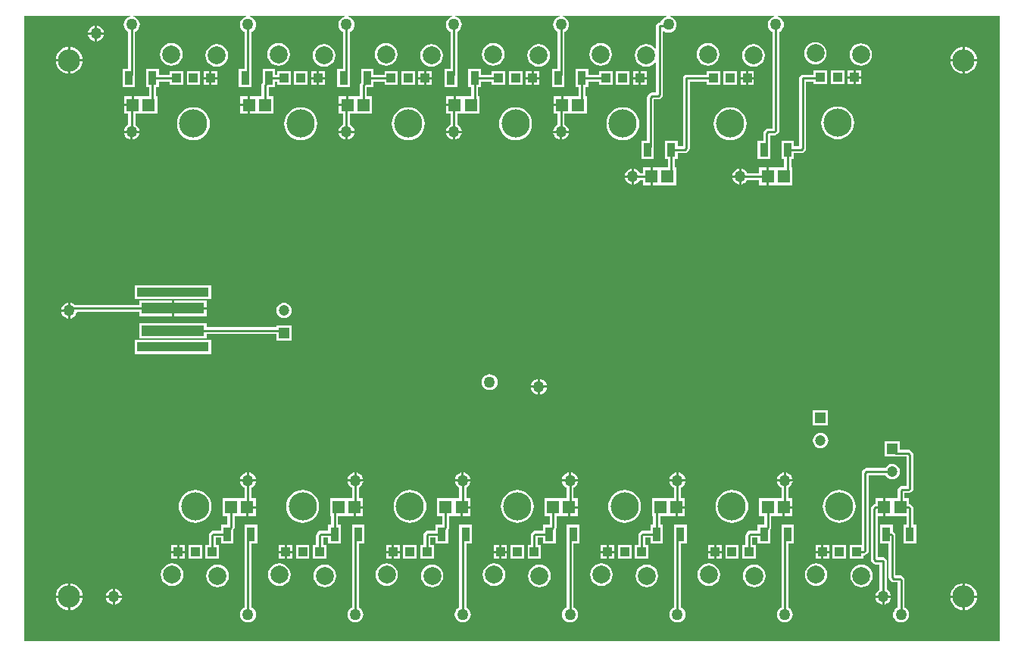
<source format=gbl>
G04*
G04 #@! TF.GenerationSoftware,Altium Limited,Altium Designer,20.2.6 (244)*
G04*
G04 Layer_Physical_Order=4*
G04 Layer_Color=16711680*
%FSLAX25Y25*%
%MOIN*%
G70*
G04*
G04 #@! TF.SameCoordinates,64BF088A-5C85-40E7-8DFC-21296B7CD10F*
G04*
G04*
G04 #@! TF.FilePolarity,Positive*
G04*
G01*
G75*
%ADD12C,0.01000*%
%ADD23R,0.04724X0.04724*%
%ADD24C,0.04724*%
%ADD25C,0.07874*%
%ADD26R,0.03937X0.03937*%
%ADD27C,0.12402*%
%ADD28C,0.09843*%
%ADD29C,0.05000*%
%ADD30R,0.03543X0.06102*%
%ADD31R,0.05500X0.05800*%
%ADD32R,0.31500X0.04300*%
%ADD33R,0.27600X0.04900*%
G36*
X547244Y118110D02*
X118110D01*
Y393701D01*
X164614D01*
X164646Y393201D01*
X164441Y393174D01*
X163589Y392821D01*
X162858Y392260D01*
X162297Y391529D01*
X161944Y390677D01*
X161824Y389764D01*
X161944Y388850D01*
X162297Y387999D01*
X162858Y387267D01*
X163589Y386706D01*
X163817Y386612D01*
Y370193D01*
X161303D01*
Y362090D01*
X166847D01*
Y367266D01*
X166876Y367413D01*
Y386606D01*
X167119Y386706D01*
X167851Y387267D01*
X168412Y387999D01*
X168764Y388850D01*
X168885Y389764D01*
X168764Y390677D01*
X168412Y391529D01*
X167851Y392260D01*
X167119Y392821D01*
X166268Y393174D01*
X166062Y393201D01*
X166095Y393701D01*
X215795D01*
X215828Y393201D01*
X215622Y393174D01*
X214770Y392821D01*
X214039Y392260D01*
X213478Y391529D01*
X213125Y390677D01*
X213005Y389764D01*
X213125Y388850D01*
X213478Y387999D01*
X214039Y387267D01*
X214770Y386706D01*
X214998Y386612D01*
Y370193D01*
X212484D01*
Y362090D01*
X218028D01*
Y367266D01*
X218057Y367413D01*
Y386606D01*
X218301Y386706D01*
X219032Y387267D01*
X219593Y387999D01*
X219945Y388850D01*
X220066Y389764D01*
X219945Y390677D01*
X219593Y391529D01*
X219032Y392260D01*
X218301Y392821D01*
X217449Y393174D01*
X217243Y393201D01*
X217276Y393701D01*
X259102D01*
X259135Y393201D01*
X258929Y393174D01*
X258077Y392821D01*
X257346Y392260D01*
X256785Y391529D01*
X256433Y390677D01*
X256312Y389764D01*
X256433Y388850D01*
X256785Y387999D01*
X257346Y387267D01*
X258077Y386706D01*
X258313Y386609D01*
Y378340D01*
X258305Y378300D01*
Y370193D01*
X255791D01*
Y362090D01*
X261335D01*
Y367266D01*
X261364Y367413D01*
Y378269D01*
X261372Y378308D01*
Y386609D01*
X261608Y386706D01*
X262339Y387267D01*
X262900Y387999D01*
X263252Y388850D01*
X263373Y389764D01*
X263252Y390677D01*
X262900Y391529D01*
X262339Y392260D01*
X261608Y392821D01*
X260756Y393174D01*
X260550Y393201D01*
X260583Y393701D01*
X306346D01*
X306379Y393201D01*
X306173Y393174D01*
X305322Y392821D01*
X304590Y392260D01*
X304029Y391529D01*
X303677Y390677D01*
X303556Y389764D01*
X303677Y388850D01*
X304029Y387999D01*
X304590Y387267D01*
X305322Y386706D01*
X305549Y386612D01*
Y370193D01*
X303035D01*
Y362090D01*
X308579D01*
Y367266D01*
X308608Y367413D01*
Y386606D01*
X308852Y386706D01*
X309583Y387267D01*
X310144Y387999D01*
X310496Y388850D01*
X310617Y389764D01*
X310496Y390677D01*
X310144Y391529D01*
X309583Y392260D01*
X308852Y392821D01*
X308000Y393174D01*
X307794Y393201D01*
X307827Y393701D01*
X353590D01*
X353623Y393201D01*
X353417Y393174D01*
X352566Y392821D01*
X351835Y392260D01*
X351273Y391529D01*
X350921Y390677D01*
X350800Y389764D01*
X350921Y388850D01*
X351273Y387999D01*
X351835Y387267D01*
X352566Y386706D01*
X352801Y386609D01*
Y372435D01*
X352793Y372395D01*
Y370193D01*
X350279D01*
Y362090D01*
X355823D01*
Y367266D01*
X355852Y367413D01*
Y372363D01*
X355860Y372403D01*
Y386609D01*
X356096Y386706D01*
X356827Y387267D01*
X357388Y387999D01*
X357741Y388850D01*
X357861Y389764D01*
X357741Y390677D01*
X357388Y391529D01*
X356827Y392260D01*
X356096Y392821D01*
X355244Y393174D01*
X355038Y393201D01*
X355071Y393701D01*
X400834D01*
X400867Y393201D01*
X400661Y393174D01*
X399810Y392821D01*
X399079Y392260D01*
X398518Y391529D01*
X398177Y390707D01*
X397638D01*
X397053Y390591D01*
X396556Y390259D01*
X396225Y389763D01*
X396108Y389178D01*
Y379370D01*
X395608Y379200D01*
X395253Y379663D01*
X394222Y380454D01*
X393021Y380952D01*
X391732Y381121D01*
X390443Y380952D01*
X389243Y380454D01*
X388211Y379663D01*
X387420Y378631D01*
X386922Y377431D01*
X386753Y376142D01*
X386922Y374853D01*
X387420Y373652D01*
X388211Y372621D01*
X389243Y371829D01*
X390443Y371332D01*
X391732Y371162D01*
X393021Y371332D01*
X394222Y371829D01*
X395253Y372621D01*
X395608Y373083D01*
X396108Y372914D01*
Y359797D01*
X394224D01*
X393638Y359681D01*
X393142Y359349D01*
X392556Y358763D01*
X392225Y358267D01*
X392108Y357682D01*
Y338697D01*
X389650D01*
Y330594D01*
X395193D01*
Y338697D01*
X395167D01*
Y356738D01*
X397052D01*
X397637Y356855D01*
X398133Y357186D01*
X398719Y357772D01*
X399051Y358268D01*
X399167Y358854D01*
Y386634D01*
X399616Y386856D01*
X399810Y386706D01*
X400661Y386354D01*
X401575Y386234D01*
X402489Y386354D01*
X403340Y386706D01*
X404071Y387267D01*
X404632Y387999D01*
X404985Y388850D01*
X405105Y389764D01*
X404985Y390677D01*
X404632Y391529D01*
X404071Y392260D01*
X403340Y392821D01*
X402489Y393174D01*
X402283Y393201D01*
X402315Y393701D01*
X448078D01*
X448111Y393201D01*
X447905Y393174D01*
X447054Y392821D01*
X446323Y392260D01*
X445762Y391529D01*
X445409Y390677D01*
X445289Y389764D01*
X445409Y388850D01*
X445762Y387999D01*
X446323Y387267D01*
X447054Y386706D01*
X447290Y386609D01*
Y344049D01*
X445468D01*
X444882Y343933D01*
X444386Y343601D01*
X443793Y343007D01*
X443461Y342511D01*
X443345Y341926D01*
Y338697D01*
X440831D01*
Y330594D01*
X446374D01*
Y335770D01*
X446403Y335917D01*
Y340990D01*
X448233D01*
X448818Y341107D01*
X449314Y341438D01*
X449900Y342024D01*
X450232Y342520D01*
X450348Y343106D01*
Y386609D01*
X450584Y386706D01*
X451315Y387267D01*
X451876Y387999D01*
X452229Y388850D01*
X452349Y389764D01*
X452229Y390677D01*
X451876Y391529D01*
X451315Y392260D01*
X450584Y392821D01*
X449733Y393174D01*
X449527Y393201D01*
X449559Y393701D01*
X547244D01*
Y118110D01*
D02*
G37*
%LPC*%
G36*
X150106Y389291D02*
Y386327D01*
X153071D01*
X153016Y386740D01*
X152664Y387592D01*
X152102Y388323D01*
X151371Y388884D01*
X150520Y389237D01*
X150106Y389291D01*
D02*
G37*
G36*
X149106D02*
X148693Y389237D01*
X147841Y388884D01*
X147110Y388323D01*
X146549Y387592D01*
X146196Y386740D01*
X146142Y386327D01*
X149106D01*
Y389291D01*
D02*
G37*
G36*
X153071Y385327D02*
X150106D01*
Y382362D01*
X150520Y382417D01*
X151371Y382769D01*
X152102Y383330D01*
X152664Y384062D01*
X153016Y384913D01*
X153071Y385327D01*
D02*
G37*
G36*
X149106D02*
X146142D01*
X146196Y384913D01*
X146549Y384062D01*
X147110Y383330D01*
X147841Y382769D01*
X148693Y382417D01*
X149106Y382362D01*
Y385327D01*
D02*
G37*
G36*
X531996Y379916D02*
Y374516D01*
X537397D01*
X537332Y375177D01*
X536993Y376293D01*
X536443Y377321D01*
X535703Y378223D01*
X534802Y378963D01*
X533773Y379513D01*
X532657Y379851D01*
X531996Y379916D01*
D02*
G37*
G36*
X530996D02*
X530335Y379851D01*
X529219Y379513D01*
X528191Y378963D01*
X527289Y378223D01*
X526549Y377321D01*
X525999Y376293D01*
X525661Y375177D01*
X525595Y374516D01*
X530996D01*
Y379916D01*
D02*
G37*
G36*
X138295D02*
Y374516D01*
X143696D01*
X143631Y375177D01*
X143292Y376293D01*
X142743Y377321D01*
X142002Y378223D01*
X141101Y378963D01*
X140072Y379513D01*
X138956Y379851D01*
X138295Y379916D01*
D02*
G37*
G36*
X137295D02*
X136635Y379851D01*
X135518Y379513D01*
X134490Y378963D01*
X133588Y378223D01*
X132848Y377321D01*
X132298Y376293D01*
X131960Y375177D01*
X131895Y374516D01*
X137295D01*
Y379916D01*
D02*
G37*
G36*
X466221Y382047D02*
X464932Y381877D01*
X463731Y381379D01*
X462699Y380588D01*
X461908Y379557D01*
X461411Y378356D01*
X461241Y377067D01*
X461411Y375778D01*
X461908Y374577D01*
X462699Y373546D01*
X463731Y372755D01*
X464932Y372257D01*
X466221Y372087D01*
X467509Y372257D01*
X468710Y372755D01*
X469742Y373546D01*
X470533Y374577D01*
X471030Y375778D01*
X471200Y377067D01*
X471030Y378356D01*
X470533Y379557D01*
X469742Y380588D01*
X468710Y381379D01*
X467509Y381877D01*
X466221Y382047D01*
D02*
G37*
G36*
X418976Y381653D02*
X417688Y381483D01*
X416487Y380986D01*
X415455Y380194D01*
X414664Y379163D01*
X414166Y377962D01*
X413997Y376673D01*
X414166Y375384D01*
X414664Y374183D01*
X415455Y373152D01*
X416487Y372361D01*
X417688Y371863D01*
X418976Y371694D01*
X420265Y371863D01*
X421466Y372361D01*
X422498Y373152D01*
X423289Y374183D01*
X423786Y375384D01*
X423956Y376673D01*
X423786Y377962D01*
X423289Y379163D01*
X422498Y380194D01*
X421466Y380986D01*
X420265Y381483D01*
X418976Y381653D01*
D02*
G37*
G36*
X371732D02*
X370444Y381483D01*
X369243Y380986D01*
X368211Y380194D01*
X367420Y379163D01*
X366922Y377962D01*
X366753Y376673D01*
X366922Y375384D01*
X367420Y374183D01*
X368211Y373152D01*
X369243Y372361D01*
X370444Y371863D01*
X371732Y371694D01*
X373021Y371863D01*
X374222Y372361D01*
X375253Y373152D01*
X376045Y374183D01*
X376542Y375384D01*
X376712Y376673D01*
X376542Y377962D01*
X376045Y379163D01*
X375253Y380194D01*
X374222Y380986D01*
X373021Y381483D01*
X371732Y381653D01*
D02*
G37*
G36*
X324488D02*
X323199Y381483D01*
X321998Y380986D01*
X320967Y380194D01*
X320176Y379163D01*
X319678Y377962D01*
X319509Y376673D01*
X319678Y375384D01*
X320176Y374183D01*
X320967Y373152D01*
X321998Y372361D01*
X323199Y371863D01*
X324488Y371694D01*
X325777Y371863D01*
X326978Y372361D01*
X328009Y373152D01*
X328801Y374183D01*
X329298Y375384D01*
X329468Y376673D01*
X329298Y377962D01*
X328801Y379163D01*
X328009Y380194D01*
X326978Y380986D01*
X325777Y381483D01*
X324488Y381653D01*
D02*
G37*
G36*
X277244D02*
X275955Y381483D01*
X274754Y380986D01*
X273723Y380194D01*
X272932Y379163D01*
X272434Y377962D01*
X272265Y376673D01*
X272434Y375384D01*
X272932Y374183D01*
X273723Y373152D01*
X274754Y372361D01*
X275955Y371863D01*
X277244Y371694D01*
X278533Y371863D01*
X279734Y372361D01*
X280765Y373152D01*
X281557Y374183D01*
X282054Y375384D01*
X282224Y376673D01*
X282054Y377962D01*
X281557Y379163D01*
X280765Y380194D01*
X279734Y380986D01*
X278533Y381483D01*
X277244Y381653D01*
D02*
G37*
G36*
X230000D02*
X228711Y381483D01*
X227510Y380986D01*
X226479Y380194D01*
X225688Y379163D01*
X225190Y377962D01*
X225020Y376673D01*
X225190Y375384D01*
X225688Y374183D01*
X226479Y373152D01*
X227510Y372361D01*
X228711Y371863D01*
X230000Y371694D01*
X231289Y371863D01*
X232490Y372361D01*
X233521Y373152D01*
X234313Y374183D01*
X234810Y375384D01*
X234980Y376673D01*
X234810Y377962D01*
X234313Y379163D01*
X233521Y380194D01*
X232490Y380986D01*
X231289Y381483D01*
X230000Y381653D01*
D02*
G37*
G36*
X182756D02*
X181467Y381483D01*
X180266Y380986D01*
X179235Y380194D01*
X178443Y379163D01*
X177946Y377962D01*
X177776Y376673D01*
X177946Y375384D01*
X178443Y374183D01*
X179235Y373152D01*
X180266Y372361D01*
X181467Y371863D01*
X182756Y371694D01*
X184045Y371863D01*
X185246Y372361D01*
X186277Y373152D01*
X187068Y374183D01*
X187566Y375384D01*
X187735Y376673D01*
X187566Y377962D01*
X187068Y379163D01*
X186277Y380194D01*
X185246Y380986D01*
X184045Y381483D01*
X182756Y381653D01*
D02*
G37*
G36*
X486221Y381515D02*
X484932Y381345D01*
X483731Y380848D01*
X482699Y380057D01*
X481908Y379025D01*
X481411Y377824D01*
X481241Y376535D01*
X481411Y375247D01*
X481908Y374046D01*
X482699Y373014D01*
X483731Y372223D01*
X484932Y371726D01*
X486221Y371556D01*
X487509Y371726D01*
X488710Y372223D01*
X489742Y373014D01*
X490533Y374046D01*
X491030Y375247D01*
X491200Y376535D01*
X491030Y377824D01*
X490533Y379025D01*
X489742Y380057D01*
X488710Y380848D01*
X487509Y381345D01*
X486221Y381515D01*
D02*
G37*
G36*
X438976Y381121D02*
X437688Y380952D01*
X436487Y380454D01*
X435455Y379663D01*
X434664Y378631D01*
X434166Y377431D01*
X433997Y376142D01*
X434166Y374853D01*
X434664Y373652D01*
X435455Y372621D01*
X436487Y371829D01*
X437688Y371332D01*
X438976Y371162D01*
X440265Y371332D01*
X441466Y371829D01*
X442497Y372621D01*
X443289Y373652D01*
X443786Y374853D01*
X443956Y376142D01*
X443786Y377431D01*
X443289Y378631D01*
X442497Y379663D01*
X441466Y380454D01*
X440265Y380952D01*
X438976Y381121D01*
D02*
G37*
G36*
X344488D02*
X343199Y380952D01*
X341998Y380454D01*
X340967Y379663D01*
X340176Y378631D01*
X339678Y377431D01*
X339509Y376142D01*
X339678Y374853D01*
X340176Y373652D01*
X340967Y372621D01*
X341998Y371829D01*
X343199Y371332D01*
X344488Y371162D01*
X345777Y371332D01*
X346978Y371829D01*
X348009Y372621D01*
X348801Y373652D01*
X349298Y374853D01*
X349468Y376142D01*
X349298Y377431D01*
X348801Y378631D01*
X348009Y379663D01*
X346978Y380454D01*
X345777Y380952D01*
X344488Y381121D01*
D02*
G37*
G36*
X297244D02*
X295955Y380952D01*
X294754Y380454D01*
X293723Y379663D01*
X292932Y378631D01*
X292434Y377431D01*
X292265Y376142D01*
X292434Y374853D01*
X292932Y373652D01*
X293723Y372621D01*
X294754Y371829D01*
X295955Y371332D01*
X297244Y371162D01*
X298533Y371332D01*
X299734Y371829D01*
X300765Y372621D01*
X301557Y373652D01*
X302054Y374853D01*
X302224Y376142D01*
X302054Y377431D01*
X301557Y378631D01*
X300765Y379663D01*
X299734Y380454D01*
X298533Y380952D01*
X297244Y381121D01*
D02*
G37*
G36*
X250000D02*
X248711Y380952D01*
X247510Y380454D01*
X246479Y379663D01*
X245688Y378631D01*
X245190Y377431D01*
X245020Y376142D01*
X245190Y374853D01*
X245688Y373652D01*
X246479Y372621D01*
X247510Y371829D01*
X248711Y371332D01*
X250000Y371162D01*
X251289Y371332D01*
X252490Y371829D01*
X253521Y372621D01*
X254312Y373652D01*
X254810Y374853D01*
X254980Y376142D01*
X254810Y377431D01*
X254312Y378631D01*
X253521Y379663D01*
X252490Y380454D01*
X251289Y380952D01*
X250000Y381121D01*
D02*
G37*
G36*
X202756D02*
X201467Y380952D01*
X200266Y380454D01*
X199235Y379663D01*
X198443Y378631D01*
X197946Y377431D01*
X197776Y376142D01*
X197946Y374853D01*
X198443Y373652D01*
X199235Y372621D01*
X200266Y371829D01*
X201467Y371332D01*
X202756Y371162D01*
X204045Y371332D01*
X205246Y371829D01*
X206277Y372621D01*
X207068Y373652D01*
X207566Y374853D01*
X207735Y376142D01*
X207566Y377431D01*
X207068Y378631D01*
X206277Y379663D01*
X205246Y380454D01*
X204045Y380952D01*
X202756Y381121D01*
D02*
G37*
G36*
X537397Y373516D02*
X531996D01*
Y368115D01*
X532657Y368180D01*
X533773Y368519D01*
X534802Y369069D01*
X535703Y369809D01*
X536443Y370710D01*
X536993Y371739D01*
X537332Y372855D01*
X537397Y373516D01*
D02*
G37*
G36*
X530996D02*
X525595D01*
X525661Y372855D01*
X525999Y371739D01*
X526549Y370710D01*
X527289Y369809D01*
X528191Y369069D01*
X529219Y368519D01*
X530335Y368180D01*
X530996Y368115D01*
Y373516D01*
D02*
G37*
G36*
X143696D02*
X138295D01*
Y368115D01*
X138956Y368180D01*
X140072Y368519D01*
X141101Y369069D01*
X142002Y369809D01*
X142743Y370710D01*
X143292Y371739D01*
X143631Y372855D01*
X143696Y373516D01*
D02*
G37*
G36*
X137295D02*
X131895D01*
X131960Y372855D01*
X132298Y371739D01*
X132848Y370710D01*
X133588Y369809D01*
X134490Y369069D01*
X135518Y368519D01*
X136635Y368180D01*
X137295Y368115D01*
Y373516D01*
D02*
G37*
G36*
X486433Y369504D02*
X483965D01*
Y367035D01*
X486433D01*
Y369504D01*
D02*
G37*
G36*
X482965D02*
X480496D01*
Y367035D01*
X482965D01*
Y369504D01*
D02*
G37*
G36*
X439189Y369110D02*
X436721D01*
Y366642D01*
X439189D01*
Y369110D01*
D02*
G37*
G36*
X435720D02*
X433252D01*
Y366642D01*
X435720D01*
Y369110D01*
D02*
G37*
G36*
X391945D02*
X389476D01*
Y366642D01*
X391945D01*
Y369110D01*
D02*
G37*
G36*
X388476D02*
X386008D01*
Y366642D01*
X388476D01*
Y369110D01*
D02*
G37*
G36*
X344701D02*
X342232D01*
Y366642D01*
X344701D01*
Y369110D01*
D02*
G37*
G36*
X341232D02*
X338764D01*
Y366642D01*
X341232D01*
Y369110D01*
D02*
G37*
G36*
X297457D02*
X294988D01*
Y366642D01*
X297457D01*
Y369110D01*
D02*
G37*
G36*
X293988D02*
X291520D01*
Y366642D01*
X293988D01*
Y369110D01*
D02*
G37*
G36*
X250213D02*
X247744D01*
Y366642D01*
X250213D01*
Y369110D01*
D02*
G37*
G36*
X246744D02*
X244276D01*
Y366642D01*
X246744D01*
Y369110D01*
D02*
G37*
G36*
X202969D02*
X200500D01*
Y366642D01*
X202969D01*
Y369110D01*
D02*
G37*
G36*
X199500D02*
X197031D01*
Y366642D01*
X199500D01*
Y369110D01*
D02*
G37*
G36*
X486433Y366035D02*
X483965D01*
Y363567D01*
X486433D01*
Y366035D01*
D02*
G37*
G36*
X482965D02*
X480496D01*
Y363567D01*
X482965D01*
Y366035D01*
D02*
G37*
G36*
X478953Y369504D02*
X473016D01*
Y363567D01*
X478953D01*
Y369504D01*
D02*
G37*
G36*
X471472D02*
X465535D01*
Y367671D01*
X460630D01*
X460045Y367555D01*
X459549Y367223D01*
X459217Y366727D01*
X459100Y366142D01*
Y336175D01*
X456807D01*
Y338697D01*
X451264D01*
Y330594D01*
X452506D01*
Y326735D01*
X445773D01*
Y322835D01*
Y318935D01*
X456115D01*
Y326735D01*
X455565D01*
Y330594D01*
X456807D01*
Y333116D01*
X460044D01*
X460629Y333233D01*
X461126Y333564D01*
X461711Y334150D01*
X462043Y334646D01*
X462159Y335231D01*
Y364612D01*
X465535D01*
Y363567D01*
X471472D01*
Y369504D01*
D02*
G37*
G36*
X439189Y365642D02*
X436721D01*
Y363173D01*
X439189D01*
Y365642D01*
D02*
G37*
G36*
X435720D02*
X433252D01*
Y363173D01*
X435720D01*
Y365642D01*
D02*
G37*
G36*
X431709Y369110D02*
X425772D01*
Y363173D01*
X431709D01*
Y369110D01*
D02*
G37*
G36*
X424228D02*
X418291D01*
Y367671D01*
X409449D01*
X408863Y367555D01*
X408367Y367223D01*
X408036Y366727D01*
X407919Y366142D01*
Y336175D01*
X405626D01*
Y338697D01*
X400083D01*
Y330594D01*
X401325D01*
Y326735D01*
X394591D01*
Y322835D01*
Y318935D01*
X404934D01*
Y326735D01*
X404384D01*
Y330594D01*
X405626D01*
Y333116D01*
X408863D01*
X409448Y333233D01*
X409944Y333564D01*
X410530Y334150D01*
X410862Y334646D01*
X410978Y335231D01*
Y364612D01*
X418291D01*
Y363173D01*
X424228D01*
Y369110D01*
D02*
G37*
G36*
X391945Y365642D02*
X389476D01*
Y363173D01*
X391945D01*
Y365642D01*
D02*
G37*
G36*
X388476D02*
X386008D01*
Y363173D01*
X388476D01*
Y365642D01*
D02*
G37*
G36*
X384465Y369110D02*
X378528D01*
Y363173D01*
X384465D01*
Y369110D01*
D02*
G37*
G36*
X366256Y370193D02*
X360713D01*
Y362090D01*
X361955D01*
Y358231D01*
X355221D01*
Y354331D01*
X354721D01*
Y353831D01*
X350971D01*
Y350431D01*
X352801D01*
Y345675D01*
X352566Y345577D01*
X351835Y345016D01*
X351273Y344285D01*
X350921Y343433D01*
X350866Y343020D01*
X357795D01*
X357741Y343433D01*
X357388Y344285D01*
X356827Y345016D01*
X356096Y345577D01*
X355860Y345675D01*
Y350431D01*
X365564D01*
Y358231D01*
X365014D01*
Y362090D01*
X366256D01*
Y364612D01*
X371047D01*
Y363173D01*
X376984D01*
Y369110D01*
X371047D01*
Y367671D01*
X366256D01*
Y370193D01*
D02*
G37*
G36*
X344701Y365642D02*
X342232D01*
Y363173D01*
X344701D01*
Y365642D01*
D02*
G37*
G36*
X341232D02*
X338764D01*
Y363173D01*
X341232D01*
Y365642D01*
D02*
G37*
G36*
X337221Y369110D02*
X331283D01*
Y363173D01*
X337221D01*
Y369110D01*
D02*
G37*
G36*
X319012Y370193D02*
X313469D01*
Y362090D01*
X314711D01*
Y358231D01*
X307977D01*
Y354331D01*
X307477D01*
Y353831D01*
X303727D01*
Y350431D01*
X305557D01*
Y345675D01*
X305322Y345577D01*
X304590Y345016D01*
X304029Y344285D01*
X303677Y343433D01*
X303622Y343020D01*
X310551D01*
X310496Y343433D01*
X310144Y344285D01*
X309583Y345016D01*
X308852Y345577D01*
X308616Y345675D01*
Y350431D01*
X318320D01*
Y358231D01*
X317770D01*
Y362090D01*
X319012D01*
Y364612D01*
X323803D01*
Y363173D01*
X329740D01*
Y369110D01*
X323803D01*
Y367671D01*
X319012D01*
Y370193D01*
D02*
G37*
G36*
X297457Y365642D02*
X294988D01*
Y363173D01*
X297457D01*
Y365642D01*
D02*
G37*
G36*
X293988D02*
X291520D01*
Y363173D01*
X293988D01*
Y365642D01*
D02*
G37*
G36*
X289976Y369110D02*
X284039D01*
Y363173D01*
X289976D01*
Y369110D01*
D02*
G37*
G36*
X271768Y370193D02*
X266224D01*
Y364244D01*
X265913Y363777D01*
X265796Y363192D01*
Y358231D01*
X260733D01*
Y354331D01*
X260233D01*
Y353831D01*
X256483D01*
Y350431D01*
X258313D01*
Y345675D01*
X258077Y345577D01*
X257346Y345016D01*
X256785Y344285D01*
X256433Y343433D01*
X256378Y343020D01*
X263307D01*
X263252Y343433D01*
X262900Y344285D01*
X262339Y345016D01*
X261608Y345577D01*
X261372Y345675D01*
Y350431D01*
X271076D01*
Y358231D01*
X268855D01*
Y362090D01*
X271768D01*
Y364612D01*
X276559D01*
Y363173D01*
X282496D01*
Y369110D01*
X276559D01*
Y367671D01*
X271768D01*
Y370193D01*
D02*
G37*
G36*
X250213Y365642D02*
X247744D01*
Y363173D01*
X250213D01*
Y365642D01*
D02*
G37*
G36*
X246744D02*
X244276D01*
Y363173D01*
X246744D01*
Y365642D01*
D02*
G37*
G36*
X242732Y369110D02*
X236795D01*
Y363173D01*
X242732D01*
Y369110D01*
D02*
G37*
G36*
X228461Y370193D02*
X222917D01*
Y364244D01*
X222606Y363777D01*
X222489Y363192D01*
Y358231D01*
X217426D01*
Y354331D01*
Y350431D01*
X227769D01*
Y358231D01*
X225548D01*
Y362090D01*
X228461D01*
Y364612D01*
X229315D01*
Y363173D01*
X235252D01*
Y369110D01*
X229315D01*
Y367671D01*
X228461D01*
Y370193D01*
D02*
G37*
G36*
X202969Y365642D02*
X200500D01*
Y363173D01*
X202969D01*
Y365642D01*
D02*
G37*
G36*
X199500D02*
X197031D01*
Y363173D01*
X199500D01*
Y365642D01*
D02*
G37*
G36*
X195488Y369110D02*
X189551D01*
Y363173D01*
X195488D01*
Y369110D01*
D02*
G37*
G36*
X177279Y370193D02*
X171736D01*
Y362090D01*
X172978D01*
Y358231D01*
X166245D01*
Y354331D01*
X165745D01*
Y353831D01*
X161995D01*
Y350431D01*
X163825D01*
Y345675D01*
X163589Y345577D01*
X162858Y345016D01*
X162297Y344285D01*
X161944Y343433D01*
X161890Y343020D01*
X168819D01*
X168764Y343433D01*
X168412Y344285D01*
X167851Y345016D01*
X167119Y345577D01*
X166884Y345675D01*
Y350431D01*
X176588D01*
Y358231D01*
X176037D01*
Y362090D01*
X177279D01*
Y364612D01*
X182071D01*
Y363173D01*
X188008D01*
Y369110D01*
X182071D01*
Y367671D01*
X177279D01*
Y370193D01*
D02*
G37*
G36*
X354221Y358231D02*
X350971D01*
Y354831D01*
X354221D01*
Y358231D01*
D02*
G37*
G36*
X306977D02*
X303727D01*
Y354831D01*
X306977D01*
Y358231D01*
D02*
G37*
G36*
X259733D02*
X256483D01*
Y354831D01*
X259733D01*
Y358231D01*
D02*
G37*
G36*
X216426D02*
X213176D01*
Y354831D01*
X216426D01*
Y358231D01*
D02*
G37*
G36*
X165245D02*
X161995D01*
Y354831D01*
X165245D01*
Y358231D01*
D02*
G37*
G36*
X216426Y353831D02*
X213176D01*
Y350431D01*
X216426D01*
Y353831D01*
D02*
G37*
G36*
X475984Y353692D02*
X474573Y353553D01*
X473215Y353141D01*
X471964Y352473D01*
X470868Y351573D01*
X469968Y350477D01*
X469299Y349226D01*
X468888Y347868D01*
X468749Y346457D01*
X468888Y345045D01*
X469299Y343688D01*
X469968Y342437D01*
X470868Y341340D01*
X471964Y340441D01*
X473215Y339772D01*
X474573Y339360D01*
X475984Y339221D01*
X477396Y339360D01*
X478753Y339772D01*
X480004Y340441D01*
X481101Y341340D01*
X482000Y342437D01*
X482669Y343688D01*
X483081Y345045D01*
X483220Y346457D01*
X483081Y347868D01*
X482669Y349226D01*
X482000Y350477D01*
X481101Y351573D01*
X480004Y352473D01*
X478753Y353141D01*
X477396Y353553D01*
X475984Y353692D01*
D02*
G37*
G36*
X357795Y342020D02*
X354831D01*
Y339055D01*
X355244Y339110D01*
X356096Y339462D01*
X356827Y340023D01*
X357388Y340755D01*
X357741Y341606D01*
X357795Y342020D01*
D02*
G37*
G36*
X353831D02*
X350866D01*
X350921Y341606D01*
X351273Y340755D01*
X351835Y340023D01*
X352566Y339462D01*
X353417Y339110D01*
X353831Y339055D01*
Y342020D01*
D02*
G37*
G36*
X310551D02*
X307587D01*
Y339055D01*
X308000Y339110D01*
X308852Y339462D01*
X309583Y340023D01*
X310144Y340755D01*
X310496Y341606D01*
X310551Y342020D01*
D02*
G37*
G36*
X306587D02*
X303622D01*
X303677Y341606D01*
X304029Y340755D01*
X304590Y340023D01*
X305322Y339462D01*
X306173Y339110D01*
X306587Y339055D01*
Y342020D01*
D02*
G37*
G36*
X263307D02*
X260343D01*
Y339055D01*
X260756Y339110D01*
X261608Y339462D01*
X262339Y340023D01*
X262900Y340755D01*
X263252Y341606D01*
X263307Y342020D01*
D02*
G37*
G36*
X259343D02*
X256378D01*
X256433Y341606D01*
X256785Y340755D01*
X257346Y340023D01*
X258077Y339462D01*
X258929Y339110D01*
X259343Y339055D01*
Y342020D01*
D02*
G37*
G36*
X168819D02*
X165854D01*
Y339055D01*
X166268Y339110D01*
X167119Y339462D01*
X167851Y340023D01*
X168412Y340755D01*
X168764Y341606D01*
X168819Y342020D01*
D02*
G37*
G36*
X164854D02*
X161890D01*
X161944Y341606D01*
X162297Y340755D01*
X162858Y340023D01*
X163589Y339462D01*
X164441Y339110D01*
X164854Y339055D01*
Y342020D01*
D02*
G37*
G36*
X428740Y353299D02*
X427328Y353160D01*
X425971Y352748D01*
X424720Y352079D01*
X423624Y351179D01*
X422724Y350083D01*
X422055Y348832D01*
X421644Y347475D01*
X421504Y346063D01*
X421644Y344651D01*
X422055Y343294D01*
X422724Y342043D01*
X423624Y340947D01*
X424720Y340047D01*
X425971Y339378D01*
X427328Y338966D01*
X428740Y338827D01*
X430152Y338966D01*
X431509Y339378D01*
X432760Y340047D01*
X433856Y340947D01*
X434756Y342043D01*
X435425Y343294D01*
X435837Y344651D01*
X435976Y346063D01*
X435837Y347475D01*
X435425Y348832D01*
X434756Y350083D01*
X433856Y351179D01*
X432760Y352079D01*
X431509Y352748D01*
X430152Y353160D01*
X428740Y353299D01*
D02*
G37*
G36*
X381496D02*
X380084Y353160D01*
X378727Y352748D01*
X377476Y352079D01*
X376380Y351179D01*
X375480Y350083D01*
X374811Y348832D01*
X374399Y347475D01*
X374260Y346063D01*
X374399Y344651D01*
X374811Y343294D01*
X375480Y342043D01*
X376380Y340947D01*
X377476Y340047D01*
X378727Y339378D01*
X380084Y338966D01*
X381496Y338827D01*
X382908Y338966D01*
X384265Y339378D01*
X385516Y340047D01*
X386612Y340947D01*
X387512Y342043D01*
X388181Y343294D01*
X388593Y344651D01*
X388732Y346063D01*
X388593Y347475D01*
X388181Y348832D01*
X387512Y350083D01*
X386612Y351179D01*
X385516Y352079D01*
X384265Y352748D01*
X382908Y353160D01*
X381496Y353299D01*
D02*
G37*
G36*
X334252D02*
X332840Y353160D01*
X331483Y352748D01*
X330232Y352079D01*
X329136Y351179D01*
X328236Y350083D01*
X327567Y348832D01*
X327155Y347475D01*
X327016Y346063D01*
X327155Y344651D01*
X327567Y343294D01*
X328236Y342043D01*
X329136Y340947D01*
X330232Y340047D01*
X331483Y339378D01*
X332840Y338966D01*
X334252Y338827D01*
X335664Y338966D01*
X337021Y339378D01*
X338272Y340047D01*
X339368Y340947D01*
X340268Y342043D01*
X340937Y343294D01*
X341349Y344651D01*
X341488Y346063D01*
X341349Y347475D01*
X340937Y348832D01*
X340268Y350083D01*
X339368Y351179D01*
X338272Y352079D01*
X337021Y352748D01*
X335664Y353160D01*
X334252Y353299D01*
D02*
G37*
G36*
X287008D02*
X285596Y353160D01*
X284239Y352748D01*
X282988Y352079D01*
X281891Y351179D01*
X280992Y350083D01*
X280323Y348832D01*
X279911Y347475D01*
X279772Y346063D01*
X279911Y344651D01*
X280323Y343294D01*
X280992Y342043D01*
X281891Y340947D01*
X282988Y340047D01*
X284239Y339378D01*
X285596Y338966D01*
X287008Y338827D01*
X288420Y338966D01*
X289777Y339378D01*
X291028Y340047D01*
X292124Y340947D01*
X293024Y342043D01*
X293693Y343294D01*
X294105Y344651D01*
X294244Y346063D01*
X294105Y347475D01*
X293693Y348832D01*
X293024Y350083D01*
X292124Y351179D01*
X291028Y352079D01*
X289777Y352748D01*
X288420Y353160D01*
X287008Y353299D01*
D02*
G37*
G36*
X239764D02*
X238352Y353160D01*
X236995Y352748D01*
X235744Y352079D01*
X234647Y351179D01*
X233748Y350083D01*
X233079Y348832D01*
X232667Y347475D01*
X232528Y346063D01*
X232667Y344651D01*
X233079Y343294D01*
X233748Y342043D01*
X234647Y340947D01*
X235744Y340047D01*
X236995Y339378D01*
X238352Y338966D01*
X239764Y338827D01*
X241175Y338966D01*
X242533Y339378D01*
X243784Y340047D01*
X244880Y340947D01*
X245780Y342043D01*
X246449Y343294D01*
X246860Y344651D01*
X246999Y346063D01*
X246860Y347475D01*
X246449Y348832D01*
X245780Y350083D01*
X244880Y351179D01*
X243784Y352079D01*
X242533Y352748D01*
X241175Y353160D01*
X239764Y353299D01*
D02*
G37*
G36*
X192520D02*
X191108Y353160D01*
X189751Y352748D01*
X188500Y352079D01*
X187403Y351179D01*
X186504Y350083D01*
X185835Y348832D01*
X185423Y347475D01*
X185284Y346063D01*
X185423Y344651D01*
X185835Y343294D01*
X186504Y342043D01*
X187403Y340947D01*
X188500Y340047D01*
X189751Y339378D01*
X191108Y338966D01*
X192520Y338827D01*
X193931Y338966D01*
X195289Y339378D01*
X196540Y340047D01*
X197636Y340947D01*
X198536Y342043D01*
X199205Y343294D01*
X199616Y344651D01*
X199755Y346063D01*
X199616Y347475D01*
X199205Y348832D01*
X198536Y350083D01*
X197636Y351179D01*
X196540Y352079D01*
X195289Y352748D01*
X193931Y353160D01*
X192520Y353299D01*
D02*
G37*
G36*
X444772Y326735D02*
X441523D01*
Y324364D01*
X436226D01*
X436128Y324600D01*
X435567Y325331D01*
X434836Y325892D01*
X433985Y326245D01*
X433571Y326299D01*
Y322835D01*
Y319370D01*
X433985Y319425D01*
X434836Y319777D01*
X435567Y320338D01*
X436128Y321070D01*
X436226Y321305D01*
X441523D01*
Y318935D01*
X444772D01*
Y322835D01*
Y326735D01*
D02*
G37*
G36*
X393591D02*
X390341D01*
Y324364D01*
X388982D01*
X388884Y324600D01*
X388323Y325331D01*
X387592Y325892D01*
X386740Y326245D01*
X386327Y326299D01*
Y322835D01*
Y319370D01*
X386740Y319425D01*
X387592Y319777D01*
X388323Y320338D01*
X388884Y321070D01*
X388982Y321305D01*
X390341D01*
Y318935D01*
X393591D01*
Y322835D01*
Y326735D01*
D02*
G37*
G36*
X432571Y326299D02*
X432157Y326245D01*
X431306Y325892D01*
X430575Y325331D01*
X430014Y324600D01*
X429661Y323748D01*
X429606Y323335D01*
X432571D01*
Y326299D01*
D02*
G37*
G36*
X385327D02*
X384913Y326245D01*
X384062Y325892D01*
X383330Y325331D01*
X382769Y324600D01*
X382417Y323748D01*
X382362Y323335D01*
X385327D01*
Y326299D01*
D02*
G37*
G36*
X432571Y322335D02*
X429606D01*
X429661Y321921D01*
X430014Y321070D01*
X430575Y320338D01*
X431306Y319777D01*
X432157Y319425D01*
X432571Y319370D01*
Y322335D01*
D02*
G37*
G36*
X385327D02*
X382362D01*
X382417Y321921D01*
X382769Y321070D01*
X383330Y320338D01*
X384062Y319777D01*
X384913Y319425D01*
X385327Y319370D01*
Y322335D01*
D02*
G37*
G36*
X200254Y275020D02*
X166753D01*
Y268720D01*
X200254D01*
Y275020D01*
D02*
G37*
G36*
X183003Y268214D02*
X168703D01*
Y266293D01*
X140269D01*
X139560Y266837D01*
X138709Y267189D01*
X138295Y267244D01*
Y263779D01*
Y260315D01*
X138709Y260370D01*
X139560Y260722D01*
X140292Y261283D01*
X140852Y262014D01*
X141205Y262866D01*
X141254Y263234D01*
X168703D01*
Y261314D01*
X183003D01*
Y264764D01*
Y268214D01*
D02*
G37*
G36*
X198303D02*
X184003D01*
Y265264D01*
X198303D01*
Y268214D01*
D02*
G37*
G36*
X137295Y267244D02*
X136882Y267189D01*
X136030Y266837D01*
X135299Y266276D01*
X134738Y265545D01*
X134385Y264693D01*
X134331Y264280D01*
X137295D01*
Y267244D01*
D02*
G37*
G36*
X198303Y264264D02*
X184003D01*
Y261314D01*
X198303D01*
Y264264D01*
D02*
G37*
G36*
X232283Y267171D02*
X231406Y267055D01*
X230588Y266716D01*
X229886Y266178D01*
X229347Y265475D01*
X229008Y264657D01*
X228892Y263779D01*
X229008Y262902D01*
X229347Y262084D01*
X229886Y261382D01*
X230588Y260843D01*
X231406Y260504D01*
X232283Y260388D01*
X233161Y260504D01*
X233979Y260843D01*
X234681Y261382D01*
X235220Y262084D01*
X235559Y262902D01*
X235675Y263779D01*
X235559Y264657D01*
X235220Y265475D01*
X234681Y266178D01*
X233979Y266716D01*
X233161Y267055D01*
X232283Y267171D01*
D02*
G37*
G36*
X137295Y263280D02*
X134331D01*
X134385Y262866D01*
X134738Y262014D01*
X135299Y261283D01*
X136030Y260722D01*
X136882Y260370D01*
X137295Y260315D01*
Y263280D01*
D02*
G37*
G36*
X198303Y258371D02*
X168703D01*
Y251471D01*
X198303D01*
Y253392D01*
X228921D01*
Y250417D01*
X235646D01*
Y257142D01*
X228921D01*
Y256451D01*
X198303D01*
Y258371D01*
D02*
G37*
G36*
X200254Y250965D02*
X166753D01*
Y244665D01*
X200254D01*
Y250965D01*
D02*
G37*
G36*
X345026Y233718D02*
Y230753D01*
X347990D01*
X347936Y231167D01*
X347583Y232019D01*
X347022Y232750D01*
X346291Y233311D01*
X345439Y233663D01*
X345026Y233718D01*
D02*
G37*
G36*
X344026D02*
X343612Y233663D01*
X342760Y233311D01*
X342029Y232750D01*
X341468Y232019D01*
X341116Y231167D01*
X341061Y230753D01*
X344026D01*
Y233718D01*
D02*
G37*
G36*
X322835Y235814D02*
X321921Y235693D01*
X321070Y235341D01*
X320338Y234780D01*
X319777Y234049D01*
X319425Y233197D01*
X319304Y232283D01*
X319425Y231370D01*
X319777Y230518D01*
X320338Y229787D01*
X321070Y229226D01*
X321921Y228873D01*
X322835Y228753D01*
X323748Y228873D01*
X324600Y229226D01*
X325331Y229787D01*
X325892Y230518D01*
X326245Y231370D01*
X326365Y232283D01*
X326245Y233197D01*
X325892Y234049D01*
X325331Y234780D01*
X324600Y235341D01*
X323748Y235693D01*
X322835Y235814D01*
D02*
G37*
G36*
X347990Y229753D02*
X345026D01*
Y226789D01*
X345439Y226844D01*
X346291Y227196D01*
X347022Y227757D01*
X347583Y228488D01*
X347936Y229340D01*
X347990Y229753D01*
D02*
G37*
G36*
X344026D02*
X341061D01*
X341116Y229340D01*
X341468Y228488D01*
X342029Y227757D01*
X342760Y227196D01*
X343612Y226844D01*
X344026Y226789D01*
Y229753D01*
D02*
G37*
G36*
X471866Y219898D02*
X465142D01*
Y213173D01*
X471866D01*
Y219898D01*
D02*
G37*
G36*
X468504Y209927D02*
X467626Y209811D01*
X466808Y209472D01*
X466106Y208933D01*
X465567Y208231D01*
X465228Y207413D01*
X465113Y206535D01*
X465228Y205658D01*
X465567Y204840D01*
X466106Y204137D01*
X466808Y203599D01*
X467626Y203260D01*
X468504Y203144D01*
X469382Y203260D01*
X470199Y203599D01*
X470902Y204137D01*
X471441Y204840D01*
X471780Y205658D01*
X471895Y206535D01*
X471780Y207413D01*
X471441Y208231D01*
X470902Y208933D01*
X470199Y209472D01*
X469382Y209811D01*
X468504Y209927D01*
D02*
G37*
G36*
X500000Y196305D02*
X499122Y196189D01*
X498304Y195850D01*
X497602Y195311D01*
X497063Y194609D01*
X496994Y194443D01*
X488775D01*
X488190Y194326D01*
X487693Y193995D01*
X487108Y193409D01*
X486776Y192913D01*
X486660Y192328D01*
Y160449D01*
X481284D01*
Y154512D01*
X487220D01*
Y155951D01*
X487603D01*
X488189Y156067D01*
X488685Y156399D01*
X489270Y156985D01*
X489602Y157481D01*
X489718Y158066D01*
Y191384D01*
X496994D01*
X497063Y191218D01*
X497602Y190515D01*
X498304Y189977D01*
X499122Y189638D01*
X500000Y189522D01*
X500878Y189638D01*
X501696Y189977D01*
X502398Y190515D01*
X502937Y191218D01*
X503276Y192036D01*
X503391Y192913D01*
X503276Y193791D01*
X502937Y194609D01*
X502398Y195311D01*
X501696Y195850D01*
X500878Y196189D01*
X500000Y196305D01*
D02*
G37*
G36*
X453256Y192441D02*
Y189476D01*
X456220D01*
X456166Y189890D01*
X455813Y190742D01*
X455252Y191473D01*
X454521Y192034D01*
X453670Y192386D01*
X453256Y192441D01*
D02*
G37*
G36*
X452256D02*
X451842Y192386D01*
X450991Y192034D01*
X450260Y191473D01*
X449699Y190742D01*
X449346Y189890D01*
X449292Y189476D01*
X452256D01*
Y192441D01*
D02*
G37*
G36*
X406012D02*
Y189476D01*
X408976D01*
X408922Y189890D01*
X408569Y190742D01*
X408008Y191473D01*
X407277Y192034D01*
X406426Y192386D01*
X406012Y192441D01*
D02*
G37*
G36*
X405012D02*
X404598Y192386D01*
X403747Y192034D01*
X403016Y191473D01*
X402455Y190742D01*
X402102Y189890D01*
X402047Y189476D01*
X405012D01*
Y192441D01*
D02*
G37*
G36*
X358768D02*
Y189476D01*
X361732D01*
X361678Y189890D01*
X361325Y190742D01*
X360764Y191473D01*
X360033Y192034D01*
X359181Y192386D01*
X358768Y192441D01*
D02*
G37*
G36*
X357768D02*
X357354Y192386D01*
X356503Y192034D01*
X355771Y191473D01*
X355210Y190742D01*
X354858Y189890D01*
X354803Y189476D01*
X357768D01*
Y192441D01*
D02*
G37*
G36*
X311524D02*
Y189476D01*
X314488D01*
X314434Y189890D01*
X314081Y190742D01*
X313520Y191473D01*
X312789Y192034D01*
X311937Y192386D01*
X311524Y192441D01*
D02*
G37*
G36*
X310524D02*
X310110Y192386D01*
X309259Y192034D01*
X308527Y191473D01*
X307966Y190742D01*
X307614Y189890D01*
X307559Y189476D01*
X310524D01*
Y192441D01*
D02*
G37*
G36*
X264280D02*
Y189476D01*
X267244D01*
X267189Y189890D01*
X266837Y190742D01*
X266276Y191473D01*
X265545Y192034D01*
X264693Y192386D01*
X264280Y192441D01*
D02*
G37*
G36*
X263280D02*
X262866Y192386D01*
X262014Y192034D01*
X261283Y191473D01*
X260722Y190742D01*
X260370Y189890D01*
X260315Y189476D01*
X263280D01*
Y192441D01*
D02*
G37*
G36*
X217035D02*
Y189476D01*
X220000D01*
X219945Y189890D01*
X219593Y190742D01*
X219032Y191473D01*
X218301Y192034D01*
X217449Y192386D01*
X217035Y192441D01*
D02*
G37*
G36*
X216035D02*
X215622Y192386D01*
X214770Y192034D01*
X214039Y191473D01*
X213478Y190742D01*
X213125Y189890D01*
X213071Y189476D01*
X216035D01*
Y192441D01*
D02*
G37*
G36*
X456115Y176665D02*
X452865D01*
Y173265D01*
X456115D01*
Y176665D01*
D02*
G37*
G36*
X408871D02*
X405621D01*
Y173265D01*
X408871D01*
Y176665D01*
D02*
G37*
G36*
X361627D02*
X358377D01*
Y173265D01*
X361627D01*
Y176665D01*
D02*
G37*
G36*
X314383D02*
X311133D01*
Y173265D01*
X314383D01*
Y176665D01*
D02*
G37*
G36*
X267139D02*
X263889D01*
Y173265D01*
X267139D01*
Y176665D01*
D02*
G37*
G36*
X219895D02*
X216645D01*
Y173265D01*
X219895D01*
Y176665D01*
D02*
G37*
G36*
X476772Y184795D02*
X475360Y184656D01*
X474003Y184244D01*
X472752Y183575D01*
X471655Y182675D01*
X470755Y181579D01*
X470087Y180328D01*
X469675Y178971D01*
X469536Y177559D01*
X469675Y176147D01*
X470087Y174790D01*
X470755Y173539D01*
X471655Y172443D01*
X472752Y171543D01*
X474003Y170874D01*
X475360Y170463D01*
X476772Y170323D01*
X478183Y170463D01*
X479541Y170874D01*
X480792Y171543D01*
X481888Y172443D01*
X482788Y173539D01*
X483457Y174790D01*
X483868Y176147D01*
X484007Y177559D01*
X483868Y178971D01*
X483457Y180328D01*
X482788Y181579D01*
X481888Y182675D01*
X480792Y183575D01*
X479541Y184244D01*
X478183Y184656D01*
X476772Y184795D01*
D02*
G37*
G36*
X429528D02*
X428116Y184656D01*
X426759Y184244D01*
X425508Y183575D01*
X424411Y182675D01*
X423511Y181579D01*
X422843Y180328D01*
X422431Y178971D01*
X422292Y177559D01*
X422431Y176147D01*
X422843Y174790D01*
X423511Y173539D01*
X424411Y172443D01*
X425508Y171543D01*
X426759Y170874D01*
X428116Y170463D01*
X429528Y170323D01*
X430939Y170463D01*
X432297Y170874D01*
X433547Y171543D01*
X434644Y172443D01*
X435544Y173539D01*
X436212Y174790D01*
X436624Y176147D01*
X436763Y177559D01*
X436624Y178971D01*
X436212Y180328D01*
X435544Y181579D01*
X434644Y182675D01*
X433547Y183575D01*
X432297Y184244D01*
X430939Y184656D01*
X429528Y184795D01*
D02*
G37*
G36*
X382283D02*
X380872Y184656D01*
X379515Y184244D01*
X378264Y183575D01*
X377167Y182675D01*
X376267Y181579D01*
X375599Y180328D01*
X375187Y178971D01*
X375048Y177559D01*
X375187Y176147D01*
X375599Y174790D01*
X376267Y173539D01*
X377167Y172443D01*
X378264Y171543D01*
X379515Y170874D01*
X380872Y170463D01*
X382283Y170323D01*
X383695Y170463D01*
X385052Y170874D01*
X386303Y171543D01*
X387400Y172443D01*
X388300Y173539D01*
X388968Y174790D01*
X389380Y176147D01*
X389519Y177559D01*
X389380Y178971D01*
X388968Y180328D01*
X388300Y181579D01*
X387400Y182675D01*
X386303Y183575D01*
X385052Y184244D01*
X383695Y184656D01*
X382283Y184795D01*
D02*
G37*
G36*
X335039D02*
X333628Y184656D01*
X332270Y184244D01*
X331019Y183575D01*
X329923Y182675D01*
X329023Y181579D01*
X328355Y180328D01*
X327943Y178971D01*
X327804Y177559D01*
X327943Y176147D01*
X328355Y174790D01*
X329023Y173539D01*
X329923Y172443D01*
X331019Y171543D01*
X332270Y170874D01*
X333628Y170463D01*
X335039Y170323D01*
X336451Y170463D01*
X337808Y170874D01*
X339059Y171543D01*
X340156Y172443D01*
X341056Y173539D01*
X341724Y174790D01*
X342136Y176147D01*
X342275Y177559D01*
X342136Y178971D01*
X341724Y180328D01*
X341056Y181579D01*
X340156Y182675D01*
X339059Y183575D01*
X337808Y184244D01*
X336451Y184656D01*
X335039Y184795D01*
D02*
G37*
G36*
X287795D02*
X286384Y184656D01*
X285026Y184244D01*
X283775Y183575D01*
X282679Y182675D01*
X281779Y181579D01*
X281110Y180328D01*
X280699Y178971D01*
X280560Y177559D01*
X280699Y176147D01*
X281110Y174790D01*
X281779Y173539D01*
X282679Y172443D01*
X283775Y171543D01*
X285026Y170874D01*
X286384Y170463D01*
X287795Y170323D01*
X289207Y170463D01*
X290564Y170874D01*
X291815Y171543D01*
X292912Y172443D01*
X293811Y173539D01*
X294480Y174790D01*
X294892Y176147D01*
X295031Y177559D01*
X294892Y178971D01*
X294480Y180328D01*
X293811Y181579D01*
X292912Y182675D01*
X291815Y183575D01*
X290564Y184244D01*
X289207Y184656D01*
X287795Y184795D01*
D02*
G37*
G36*
X240551D02*
X239140Y184656D01*
X237782Y184244D01*
X236531Y183575D01*
X235435Y182675D01*
X234535Y181579D01*
X233866Y180328D01*
X233455Y178971D01*
X233316Y177559D01*
X233455Y176147D01*
X233866Y174790D01*
X234535Y173539D01*
X235435Y172443D01*
X236531Y171543D01*
X237782Y170874D01*
X239140Y170463D01*
X240551Y170323D01*
X241963Y170463D01*
X243320Y170874D01*
X244571Y171543D01*
X245668Y172443D01*
X246567Y173539D01*
X247236Y174790D01*
X247648Y176147D01*
X247787Y177559D01*
X247648Y178971D01*
X247236Y180328D01*
X246567Y181579D01*
X245668Y182675D01*
X244571Y183575D01*
X243320Y184244D01*
X241963Y184656D01*
X240551Y184795D01*
D02*
G37*
G36*
X193307D02*
X191895Y184656D01*
X190538Y184244D01*
X189287Y183575D01*
X188191Y182675D01*
X187291Y181579D01*
X186622Y180328D01*
X186211Y178971D01*
X186072Y177559D01*
X186211Y176147D01*
X186622Y174790D01*
X187291Y173539D01*
X188191Y172443D01*
X189287Y171543D01*
X190538Y170874D01*
X191895Y170463D01*
X193307Y170323D01*
X194719Y170463D01*
X196076Y170874D01*
X197327Y171543D01*
X198424Y172443D01*
X199323Y173539D01*
X199992Y174790D01*
X200404Y176147D01*
X200543Y177559D01*
X200404Y178971D01*
X199992Y180328D01*
X199323Y181579D01*
X198424Y182675D01*
X197327Y183575D01*
X196076Y184244D01*
X194719Y184656D01*
X193307Y184795D01*
D02*
G37*
G36*
X503362Y206276D02*
X496638D01*
Y199551D01*
X501714D01*
X501862Y199522D01*
X506345D01*
Y186569D01*
X504523D01*
X503937Y186452D01*
X503441Y186121D01*
X502856Y185535D01*
X502524Y185039D01*
X502408Y184454D01*
Y181065D01*
X496954D01*
Y177165D01*
Y173265D01*
X506345D01*
Y169405D01*
X505102D01*
Y161303D01*
X510646D01*
Y169405D01*
X509403D01*
Y176580D01*
X509287Y177165D01*
X508955Y177661D01*
X508370Y178247D01*
X507873Y178578D01*
X507296Y178693D01*
Y181065D01*
X505466D01*
Y183510D01*
X507288D01*
X507873Y183626D01*
X508370Y183958D01*
X508955Y184544D01*
X509287Y185040D01*
X509403Y185625D01*
Y200202D01*
X509287Y200787D01*
X508955Y201283D01*
X508106Y202133D01*
X507610Y202464D01*
X507024Y202581D01*
X503362D01*
Y206276D01*
D02*
G37*
G36*
X456220Y188476D02*
X449292D01*
X449346Y188063D01*
X449699Y187211D01*
X450260Y186480D01*
X450991Y185919D01*
X451227Y185821D01*
Y181065D01*
X441523D01*
Y173265D01*
X443743D01*
Y169405D01*
X440831D01*
Y166884D01*
X437594D01*
X437008Y166767D01*
X436512Y166436D01*
X435926Y165850D01*
X435595Y165354D01*
X435478Y164769D01*
Y160449D01*
X434039D01*
Y154512D01*
X439976D01*
Y160449D01*
X438537D01*
Y163825D01*
X440831D01*
Y161303D01*
X446374D01*
Y167253D01*
X446686Y167719D01*
X446802Y168304D01*
Y173265D01*
X451865D01*
Y177165D01*
X452365D01*
Y177665D01*
X456115D01*
Y181065D01*
X454285D01*
Y185821D01*
X454521Y185919D01*
X455252Y186480D01*
X455813Y187211D01*
X456166Y188063D01*
X456220Y188476D01*
D02*
G37*
G36*
X408976D02*
X402047D01*
X402102Y188063D01*
X402455Y187211D01*
X403016Y186480D01*
X403747Y185919D01*
X403982Y185821D01*
Y181065D01*
X394278D01*
Y173265D01*
X394829D01*
Y169405D01*
X393587D01*
Y166884D01*
X390350D01*
X389764Y166767D01*
X389268Y166436D01*
X388682Y165850D01*
X388351Y165354D01*
X388234Y164769D01*
Y160449D01*
X386795D01*
Y154512D01*
X392732D01*
Y160449D01*
X391293D01*
Y163825D01*
X393587D01*
Y161303D01*
X399130D01*
Y169405D01*
X397888D01*
Y173265D01*
X404621D01*
Y177165D01*
X405121D01*
Y177665D01*
X408871D01*
Y181065D01*
X407041D01*
Y185821D01*
X407277Y185919D01*
X408008Y186480D01*
X408569Y187211D01*
X408922Y188063D01*
X408976Y188476D01*
D02*
G37*
G36*
X361732D02*
X354803D01*
X354858Y188063D01*
X355210Y187211D01*
X355771Y186480D01*
X356503Y185919D01*
X356738Y185821D01*
Y181065D01*
X347034D01*
Y173265D01*
X349255D01*
Y169405D01*
X346342D01*
Y166884D01*
X343106D01*
X342520Y166767D01*
X342024Y166436D01*
X341438Y165850D01*
X341107Y165354D01*
X340990Y164769D01*
Y160449D01*
X339551D01*
Y154512D01*
X345488D01*
Y160449D01*
X344049D01*
Y163825D01*
X346342D01*
Y161303D01*
X351886D01*
Y167253D01*
X352197Y167719D01*
X352314Y168304D01*
Y173265D01*
X357377D01*
Y177165D01*
X357877D01*
Y177665D01*
X361627D01*
Y181065D01*
X359797D01*
Y185821D01*
X360033Y185919D01*
X360764Y186480D01*
X361325Y187211D01*
X361678Y188063D01*
X361732Y188476D01*
D02*
G37*
G36*
X314488D02*
X307559D01*
X307614Y188063D01*
X307966Y187211D01*
X308527Y186480D01*
X309259Y185919D01*
X309494Y185821D01*
Y181065D01*
X299790D01*
Y173265D01*
X302011D01*
Y169405D01*
X299098D01*
Y166884D01*
X295861D01*
X295276Y166767D01*
X294780Y166436D01*
X294194Y165850D01*
X293863Y165354D01*
X293746Y164769D01*
Y160449D01*
X292307D01*
Y154512D01*
X298244D01*
Y160449D01*
X296805D01*
Y163825D01*
X299098D01*
Y161303D01*
X304642D01*
Y167253D01*
X304953Y167719D01*
X305070Y168304D01*
Y173265D01*
X310133D01*
Y177165D01*
X310633D01*
Y177665D01*
X314383D01*
Y181065D01*
X312553D01*
Y185821D01*
X312789Y185919D01*
X313520Y186480D01*
X314081Y187211D01*
X314434Y188063D01*
X314488Y188476D01*
D02*
G37*
G36*
X267244D02*
X260315D01*
X260370Y188063D01*
X260722Y187211D01*
X261283Y186480D01*
X262014Y185919D01*
X262250Y185821D01*
Y181065D01*
X252546D01*
Y173265D01*
X253097D01*
Y169405D01*
X251854D01*
Y166884D01*
X248617D01*
X248032Y166767D01*
X247536Y166436D01*
X246950Y165850D01*
X246619Y165354D01*
X246502Y164769D01*
Y160449D01*
X245063D01*
Y154512D01*
X251000D01*
Y160449D01*
X249561D01*
Y163825D01*
X251854D01*
Y161303D01*
X257398D01*
Y169405D01*
X256155D01*
Y173265D01*
X262889D01*
Y177165D01*
X263389D01*
Y177665D01*
X267139D01*
Y181065D01*
X265309D01*
Y185821D01*
X265545Y185919D01*
X266276Y186480D01*
X266837Y187211D01*
X267189Y188063D01*
X267244Y188476D01*
D02*
G37*
G36*
X220000D02*
X213071D01*
X213125Y188063D01*
X213478Y187211D01*
X214039Y186480D01*
X214770Y185919D01*
X215006Y185821D01*
Y181065D01*
X205302D01*
Y173265D01*
X207523D01*
Y169405D01*
X204610D01*
Y166884D01*
X201373D01*
X200788Y166767D01*
X200292Y166436D01*
X199706Y165850D01*
X199374Y165354D01*
X199258Y164769D01*
Y160449D01*
X197819D01*
Y154512D01*
X203756D01*
Y160449D01*
X202317D01*
Y163825D01*
X204610D01*
Y161303D01*
X210154D01*
Y167253D01*
X210465Y167719D01*
X210581Y168304D01*
Y173265D01*
X215645D01*
Y177165D01*
X216145D01*
Y177665D01*
X219895D01*
Y181065D01*
X218065D01*
Y185821D01*
X218301Y185919D01*
X219032Y186480D01*
X219593Y187211D01*
X219945Y188063D01*
X220000Y188476D01*
D02*
G37*
G36*
X472260Y160449D02*
X469791D01*
Y157980D01*
X472260D01*
Y160449D01*
D02*
G37*
G36*
X377772D02*
X375303D01*
Y157980D01*
X377772D01*
Y160449D01*
D02*
G37*
G36*
X236039D02*
X233571D01*
Y157980D01*
X236039D01*
Y160449D01*
D02*
G37*
G36*
X283283D02*
X280815D01*
Y157980D01*
X283283D01*
Y160449D01*
D02*
G37*
G36*
X425016D02*
X422547D01*
Y157980D01*
X425016D01*
Y160449D01*
D02*
G37*
G36*
X330528D02*
X328059D01*
Y157980D01*
X330528D01*
Y160449D01*
D02*
G37*
G36*
X188795D02*
X186327D01*
Y157980D01*
X188795D01*
Y160449D01*
D02*
G37*
G36*
X185327D02*
X182858D01*
Y157980D01*
X185327D01*
Y160449D01*
D02*
G37*
G36*
X279815D02*
X277346D01*
Y157980D01*
X279815D01*
Y160449D01*
D02*
G37*
G36*
X421547D02*
X419079D01*
Y157980D01*
X421547D01*
Y160449D01*
D02*
G37*
G36*
X327059D02*
X324591D01*
Y157980D01*
X327059D01*
Y160449D01*
D02*
G37*
G36*
X232571D02*
X230102D01*
Y157980D01*
X232571D01*
Y160449D01*
D02*
G37*
G36*
X374303D02*
X371835D01*
Y157980D01*
X374303D01*
Y160449D01*
D02*
G37*
G36*
X468791D02*
X466323D01*
Y157980D01*
X468791D01*
Y160449D01*
D02*
G37*
G36*
X479740D02*
X473803D01*
Y154512D01*
X479740D01*
Y160449D01*
D02*
G37*
G36*
X472260Y156980D02*
X469791D01*
Y154512D01*
X472260D01*
Y156980D01*
D02*
G37*
G36*
X468791D02*
X466323D01*
Y154512D01*
X468791D01*
Y156980D01*
D02*
G37*
G36*
X432496Y160449D02*
X426559D01*
Y154512D01*
X432496D01*
Y160449D01*
D02*
G37*
G36*
X425016Y156980D02*
X422547D01*
Y154512D01*
X425016D01*
Y156980D01*
D02*
G37*
G36*
X421547D02*
X419079D01*
Y154512D01*
X421547D01*
Y156980D01*
D02*
G37*
G36*
X385252Y160449D02*
X379315D01*
Y154512D01*
X385252D01*
Y160449D01*
D02*
G37*
G36*
X377772Y156980D02*
X375303D01*
Y154512D01*
X377772D01*
Y156980D01*
D02*
G37*
G36*
X374303D02*
X371835D01*
Y154512D01*
X374303D01*
Y156980D01*
D02*
G37*
G36*
X338008Y160449D02*
X332071D01*
Y154512D01*
X338008D01*
Y160449D01*
D02*
G37*
G36*
X330528Y156980D02*
X328059D01*
Y154512D01*
X330528D01*
Y156980D01*
D02*
G37*
G36*
X327059D02*
X324591D01*
Y154512D01*
X327059D01*
Y156980D01*
D02*
G37*
G36*
X290764Y160449D02*
X284827D01*
Y154512D01*
X290764D01*
Y160449D01*
D02*
G37*
G36*
X283283Y156980D02*
X280815D01*
Y154512D01*
X283283D01*
Y156980D01*
D02*
G37*
G36*
X279815D02*
X277346D01*
Y154512D01*
X279815D01*
Y156980D01*
D02*
G37*
G36*
X243520Y160449D02*
X237583D01*
Y154512D01*
X243520D01*
Y160449D01*
D02*
G37*
G36*
X236039Y156980D02*
X233571D01*
Y154512D01*
X236039D01*
Y156980D01*
D02*
G37*
G36*
X232571D02*
X230102D01*
Y154512D01*
X232571D01*
Y156980D01*
D02*
G37*
G36*
X196276Y160449D02*
X190339D01*
Y154512D01*
X196276D01*
Y160449D01*
D02*
G37*
G36*
X188795Y156980D02*
X186327D01*
Y154512D01*
X188795D01*
Y156980D01*
D02*
G37*
G36*
X185327D02*
X182858D01*
Y154512D01*
X185327D01*
Y156980D01*
D02*
G37*
G36*
X466535Y152460D02*
X465247Y152290D01*
X464046Y151793D01*
X463014Y151001D01*
X462223Y149970D01*
X461726Y148769D01*
X461556Y147480D01*
X461726Y146192D01*
X462223Y144991D01*
X463014Y143959D01*
X464046Y143168D01*
X465247Y142670D01*
X466535Y142501D01*
X467824Y142670D01*
X469025Y143168D01*
X470056Y143959D01*
X470848Y144991D01*
X471345Y146192D01*
X471515Y147480D01*
X471345Y148769D01*
X470848Y149970D01*
X470056Y151001D01*
X469025Y151793D01*
X467824Y152290D01*
X466535Y152460D01*
D02*
G37*
G36*
X419291D02*
X418003Y152290D01*
X416802Y151793D01*
X415770Y151001D01*
X414979Y149970D01*
X414481Y148769D01*
X414312Y147480D01*
X414481Y146192D01*
X414979Y144991D01*
X415770Y143959D01*
X416802Y143168D01*
X418003Y142670D01*
X419291Y142501D01*
X420580Y142670D01*
X421781Y143168D01*
X422812Y143959D01*
X423604Y144991D01*
X424101Y146192D01*
X424271Y147480D01*
X424101Y148769D01*
X423604Y149970D01*
X422812Y151001D01*
X421781Y151793D01*
X420580Y152290D01*
X419291Y152460D01*
D02*
G37*
G36*
X372047D02*
X370758Y152290D01*
X369557Y151793D01*
X368526Y151001D01*
X367735Y149970D01*
X367237Y148769D01*
X367068Y147480D01*
X367237Y146192D01*
X367735Y144991D01*
X368526Y143959D01*
X369557Y143168D01*
X370758Y142670D01*
X372047Y142501D01*
X373336Y142670D01*
X374537Y143168D01*
X375568Y143959D01*
X376360Y144991D01*
X376857Y146192D01*
X377027Y147480D01*
X376857Y148769D01*
X376360Y149970D01*
X375568Y151001D01*
X374537Y151793D01*
X373336Y152290D01*
X372047Y152460D01*
D02*
G37*
G36*
X324803D02*
X323514Y152290D01*
X322313Y151793D01*
X321282Y151001D01*
X320491Y149970D01*
X319993Y148769D01*
X319824Y147480D01*
X319993Y146192D01*
X320491Y144991D01*
X321282Y143959D01*
X322313Y143168D01*
X323514Y142670D01*
X324803Y142501D01*
X326092Y142670D01*
X327293Y143168D01*
X328324Y143959D01*
X329116Y144991D01*
X329613Y146192D01*
X329783Y147480D01*
X329613Y148769D01*
X329116Y149970D01*
X328324Y151001D01*
X327293Y151793D01*
X326092Y152290D01*
X324803Y152460D01*
D02*
G37*
G36*
X277559D02*
X276270Y152290D01*
X275069Y151793D01*
X274038Y151001D01*
X273247Y149970D01*
X272749Y148769D01*
X272579Y147480D01*
X272749Y146192D01*
X273247Y144991D01*
X274038Y143959D01*
X275069Y143168D01*
X276270Y142670D01*
X277559Y142501D01*
X278848Y142670D01*
X280049Y143168D01*
X281080Y143959D01*
X281872Y144991D01*
X282369Y146192D01*
X282539Y147480D01*
X282369Y148769D01*
X281872Y149970D01*
X281080Y151001D01*
X280049Y151793D01*
X278848Y152290D01*
X277559Y152460D01*
D02*
G37*
G36*
X230315D02*
X229026Y152290D01*
X227825Y151793D01*
X226794Y151001D01*
X226003Y149970D01*
X225505Y148769D01*
X225335Y147480D01*
X225505Y146192D01*
X226003Y144991D01*
X226794Y143959D01*
X227825Y143168D01*
X229026Y142670D01*
X230315Y142501D01*
X231604Y142670D01*
X232805Y143168D01*
X233836Y143959D01*
X234627Y144991D01*
X235125Y146192D01*
X235295Y147480D01*
X235125Y148769D01*
X234627Y149970D01*
X233836Y151001D01*
X232805Y151793D01*
X231604Y152290D01*
X230315Y152460D01*
D02*
G37*
G36*
X183071D02*
X181782Y152290D01*
X180581Y151793D01*
X179550Y151001D01*
X178758Y149970D01*
X178261Y148769D01*
X178091Y147480D01*
X178261Y146192D01*
X178758Y144991D01*
X179550Y143959D01*
X180581Y143168D01*
X181782Y142670D01*
X183071Y142501D01*
X184360Y142670D01*
X185561Y143168D01*
X186592Y143959D01*
X187383Y144991D01*
X187881Y146192D01*
X188050Y147480D01*
X187881Y148769D01*
X187383Y149970D01*
X186592Y151001D01*
X185561Y151793D01*
X184360Y152290D01*
X183071Y152460D01*
D02*
G37*
G36*
X486535Y151928D02*
X485247Y151759D01*
X484046Y151261D01*
X483014Y150470D01*
X482223Y149439D01*
X481726Y148238D01*
X481556Y146949D01*
X481726Y145660D01*
X482223Y144459D01*
X483014Y143428D01*
X484046Y142636D01*
X485247Y142139D01*
X486535Y141969D01*
X487824Y142139D01*
X489025Y142636D01*
X490057Y143428D01*
X490848Y144459D01*
X491345Y145660D01*
X491515Y146949D01*
X491345Y148238D01*
X490848Y149439D01*
X490057Y150470D01*
X489025Y151261D01*
X487824Y151759D01*
X486535Y151928D01*
D02*
G37*
G36*
X439291D02*
X438002Y151759D01*
X436801Y151261D01*
X435770Y150470D01*
X434979Y149439D01*
X434481Y148238D01*
X434312Y146949D01*
X434481Y145660D01*
X434979Y144459D01*
X435770Y143428D01*
X436801Y142636D01*
X438002Y142139D01*
X439291Y141969D01*
X440580Y142139D01*
X441781Y142636D01*
X442812Y143428D01*
X443604Y144459D01*
X444101Y145660D01*
X444271Y146949D01*
X444101Y148238D01*
X443604Y149439D01*
X442812Y150470D01*
X441781Y151261D01*
X440580Y151759D01*
X439291Y151928D01*
D02*
G37*
G36*
X392047D02*
X390758Y151759D01*
X389557Y151261D01*
X388526Y150470D01*
X387735Y149439D01*
X387237Y148238D01*
X387068Y146949D01*
X387237Y145660D01*
X387735Y144459D01*
X388526Y143428D01*
X389557Y142636D01*
X390758Y142139D01*
X392047Y141969D01*
X393336Y142139D01*
X394537Y142636D01*
X395568Y143428D01*
X396360Y144459D01*
X396857Y145660D01*
X397027Y146949D01*
X396857Y148238D01*
X396360Y149439D01*
X395568Y150470D01*
X394537Y151261D01*
X393336Y151759D01*
X392047Y151928D01*
D02*
G37*
G36*
X344803D02*
X343514Y151759D01*
X342313Y151261D01*
X341282Y150470D01*
X340491Y149439D01*
X339993Y148238D01*
X339824Y146949D01*
X339993Y145660D01*
X340491Y144459D01*
X341282Y143428D01*
X342313Y142636D01*
X343514Y142139D01*
X344803Y141969D01*
X346092Y142139D01*
X347293Y142636D01*
X348324Y143428D01*
X349116Y144459D01*
X349613Y145660D01*
X349783Y146949D01*
X349613Y148238D01*
X349116Y149439D01*
X348324Y150470D01*
X347293Y151261D01*
X346092Y151759D01*
X344803Y151928D01*
D02*
G37*
G36*
X297559D02*
X296270Y151759D01*
X295069Y151261D01*
X294038Y150470D01*
X293247Y149439D01*
X292749Y148238D01*
X292579Y146949D01*
X292749Y145660D01*
X293247Y144459D01*
X294038Y143428D01*
X295069Y142636D01*
X296270Y142139D01*
X297559Y141969D01*
X298848Y142139D01*
X300049Y142636D01*
X301080Y143428D01*
X301871Y144459D01*
X302369Y145660D01*
X302539Y146949D01*
X302369Y148238D01*
X301871Y149439D01*
X301080Y150470D01*
X300049Y151261D01*
X298848Y151759D01*
X297559Y151928D01*
D02*
G37*
G36*
X250315D02*
X249026Y151759D01*
X247825Y151261D01*
X246794Y150470D01*
X246003Y149439D01*
X245505Y148238D01*
X245335Y146949D01*
X245505Y145660D01*
X246003Y144459D01*
X246794Y143428D01*
X247825Y142636D01*
X249026Y142139D01*
X250315Y141969D01*
X251604Y142139D01*
X252805Y142636D01*
X253836Y143428D01*
X254627Y144459D01*
X255125Y145660D01*
X255295Y146949D01*
X255125Y148238D01*
X254627Y149439D01*
X253836Y150470D01*
X252805Y151261D01*
X251604Y151759D01*
X250315Y151928D01*
D02*
G37*
G36*
X203071D02*
X201782Y151759D01*
X200581Y151261D01*
X199550Y150470D01*
X198758Y149439D01*
X198261Y148238D01*
X198091Y146949D01*
X198261Y145660D01*
X198758Y144459D01*
X199550Y143428D01*
X200581Y142636D01*
X201782Y142139D01*
X203071Y141969D01*
X204360Y142139D01*
X205561Y142636D01*
X206592Y143428D01*
X207383Y144459D01*
X207881Y145660D01*
X208050Y146949D01*
X207881Y148238D01*
X207383Y149439D01*
X206592Y150470D01*
X205561Y151261D01*
X204360Y151759D01*
X203071Y151928D01*
D02*
G37*
G36*
X531996Y143696D02*
Y138295D01*
X537397D01*
X537332Y138956D01*
X536993Y140072D01*
X536443Y141101D01*
X535703Y142002D01*
X534802Y142743D01*
X533773Y143292D01*
X532657Y143631D01*
X531996Y143696D01*
D02*
G37*
G36*
X530996D02*
X530335Y143631D01*
X529219Y143292D01*
X528191Y142743D01*
X527289Y142002D01*
X526549Y141101D01*
X525999Y140072D01*
X525661Y138956D01*
X525595Y138295D01*
X530996D01*
Y143696D01*
D02*
G37*
G36*
X495954Y181065D02*
X492704D01*
Y178693D01*
X492127Y178578D01*
X491630Y178247D01*
X491045Y177661D01*
X490713Y177165D01*
X490597Y176580D01*
Y154129D01*
X490713Y153544D01*
X491045Y153048D01*
X491630Y152462D01*
X492127Y152130D01*
X492712Y152014D01*
X494534D01*
Y140950D01*
X494298Y140852D01*
X493567Y140292D01*
X493006Y139560D01*
X492653Y138709D01*
X492599Y138295D01*
X499527D01*
X499473Y138709D01*
X499120Y139560D01*
X498559Y140292D01*
X497828Y140852D01*
X497592Y140950D01*
Y153543D01*
X497476Y154129D01*
X497144Y154625D01*
X496648Y154956D01*
X496063Y155073D01*
X493655D01*
Y173265D01*
X495954D01*
Y177165D01*
Y181065D01*
D02*
G37*
G36*
X157980Y141260D02*
Y138295D01*
X160945D01*
X160890Y138709D01*
X160538Y139560D01*
X159976Y140292D01*
X159245Y140852D01*
X158394Y141205D01*
X157980Y141260D01*
D02*
G37*
G36*
X156980D02*
X156567Y141205D01*
X155715Y140852D01*
X154984Y140292D01*
X154423Y139560D01*
X154070Y138709D01*
X154016Y138295D01*
X156980D01*
Y141260D01*
D02*
G37*
G36*
X138295Y143696D02*
Y138295D01*
X143696D01*
X143631Y138956D01*
X143292Y140072D01*
X142743Y141101D01*
X142002Y142002D01*
X141101Y142743D01*
X140072Y143292D01*
X138956Y143631D01*
X138295Y143696D01*
D02*
G37*
G36*
X137295D02*
X136635Y143631D01*
X135518Y143292D01*
X134490Y142743D01*
X133588Y142002D01*
X132848Y141101D01*
X132298Y140072D01*
X131960Y138956D01*
X131895Y138295D01*
X137295D01*
Y143696D01*
D02*
G37*
G36*
X499527Y137295D02*
X496563D01*
Y134331D01*
X496977Y134385D01*
X497828Y134738D01*
X498559Y135299D01*
X499120Y136030D01*
X499473Y136882D01*
X499527Y137295D01*
D02*
G37*
G36*
X495563D02*
X492599D01*
X492653Y136882D01*
X493006Y136030D01*
X493567Y135299D01*
X494298Y134738D01*
X495149Y134385D01*
X495563Y134331D01*
Y137295D01*
D02*
G37*
G36*
X160945D02*
X157980D01*
Y134331D01*
X158394Y134385D01*
X159245Y134738D01*
X159976Y135299D01*
X160538Y136030D01*
X160890Y136882D01*
X160945Y137295D01*
D02*
G37*
G36*
X156980D02*
X154016D01*
X154070Y136882D01*
X154423Y136030D01*
X154984Y135299D01*
X155715Y134738D01*
X156567Y134385D01*
X156980Y134331D01*
Y137295D01*
D02*
G37*
G36*
X537397D02*
X531996D01*
Y131895D01*
X532657Y131960D01*
X533773Y132298D01*
X534802Y132848D01*
X535703Y133588D01*
X536443Y134490D01*
X536993Y135518D01*
X537332Y136635D01*
X537397Y137295D01*
D02*
G37*
G36*
X530996D02*
X525595D01*
X525661Y136635D01*
X525999Y135518D01*
X526549Y134490D01*
X527289Y133588D01*
X528191Y132848D01*
X529219Y132298D01*
X530335Y131960D01*
X530996Y131895D01*
Y137295D01*
D02*
G37*
G36*
X143696D02*
X138295D01*
Y131895D01*
X138956Y131960D01*
X140072Y132298D01*
X141101Y132848D01*
X142002Y133588D01*
X142743Y134490D01*
X143292Y135518D01*
X143631Y136635D01*
X143696Y137295D01*
D02*
G37*
G36*
X137295D02*
X131895D01*
X131960Y136635D01*
X132298Y135518D01*
X132848Y134490D01*
X133588Y133588D01*
X134490Y132848D01*
X135518Y132298D01*
X136635Y131960D01*
X137295Y131895D01*
Y137295D01*
D02*
G37*
G36*
X500213Y169405D02*
X494669D01*
Y161303D01*
X498471D01*
Y146255D01*
X498587Y145670D01*
X498919Y145174D01*
X499504Y144588D01*
X500000Y144256D01*
X500586Y144140D01*
X502408D01*
Y133076D01*
X502172Y132978D01*
X501441Y132418D01*
X500880Y131686D01*
X500527Y130835D01*
X500407Y129921D01*
X500527Y129008D01*
X500880Y128156D01*
X501441Y127425D01*
X502172Y126864D01*
X503023Y126511D01*
X503937Y126391D01*
X504851Y126511D01*
X505702Y126864D01*
X506433Y127425D01*
X506994Y128156D01*
X507347Y129008D01*
X507467Y129921D01*
X507347Y130835D01*
X506994Y131686D01*
X506433Y132418D01*
X505702Y132978D01*
X505466Y133076D01*
Y145083D01*
X505350Y145669D01*
X505019Y146165D01*
X504433Y146751D01*
X503936Y147082D01*
X503351Y147199D01*
X501529D01*
Y164769D01*
X501413Y165354D01*
X501081Y165850D01*
X500496Y166436D01*
X500213Y166625D01*
Y169405D01*
D02*
G37*
G36*
X456807D02*
X451264D01*
Y164231D01*
X451234Y164083D01*
Y133079D01*
X450991Y132978D01*
X450260Y132418D01*
X449699Y131686D01*
X449346Y130835D01*
X449226Y129921D01*
X449346Y129008D01*
X449699Y128156D01*
X450260Y127425D01*
X450991Y126864D01*
X451842Y126511D01*
X452756Y126391D01*
X453670Y126511D01*
X454521Y126864D01*
X455252Y127425D01*
X455813Y128156D01*
X456166Y129008D01*
X456286Y129921D01*
X456166Y130835D01*
X455813Y131686D01*
X455252Y132418D01*
X454521Y132978D01*
X454293Y133073D01*
Y161303D01*
X456807D01*
Y169405D01*
D02*
G37*
G36*
X409563D02*
X404020D01*
Y164231D01*
X403990Y164083D01*
Y133079D01*
X403747Y132978D01*
X403016Y132418D01*
X402455Y131686D01*
X402102Y130835D01*
X401982Y129921D01*
X402102Y129008D01*
X402455Y128156D01*
X403016Y127425D01*
X403747Y126864D01*
X404598Y126511D01*
X405512Y126391D01*
X406426Y126511D01*
X407277Y126864D01*
X408008Y127425D01*
X408569Y128156D01*
X408922Y129008D01*
X409042Y129921D01*
X408922Y130835D01*
X408569Y131686D01*
X408008Y132418D01*
X407277Y132978D01*
X407049Y133073D01*
Y161303D01*
X409563D01*
Y169405D01*
D02*
G37*
G36*
X362319D02*
X356776D01*
Y164231D01*
X356746Y164083D01*
Y133079D01*
X356503Y132978D01*
X355771Y132418D01*
X355210Y131686D01*
X354858Y130835D01*
X354737Y129921D01*
X354858Y129008D01*
X355210Y128156D01*
X355771Y127425D01*
X356503Y126864D01*
X357354Y126511D01*
X358268Y126391D01*
X359181Y126511D01*
X360033Y126864D01*
X360764Y127425D01*
X361325Y128156D01*
X361678Y129008D01*
X361798Y129921D01*
X361678Y130835D01*
X361325Y131686D01*
X360764Y132418D01*
X360033Y132978D01*
X359805Y133073D01*
Y161303D01*
X362319D01*
Y169405D01*
D02*
G37*
G36*
X315075D02*
X309531D01*
Y164231D01*
X309502Y164083D01*
Y133079D01*
X309259Y132978D01*
X308527Y132418D01*
X307966Y131686D01*
X307614Y130835D01*
X307493Y129921D01*
X307614Y129008D01*
X307966Y128156D01*
X308527Y127425D01*
X309259Y126864D01*
X310110Y126511D01*
X311024Y126391D01*
X311937Y126511D01*
X312789Y126864D01*
X313520Y127425D01*
X314081Y128156D01*
X314434Y129008D01*
X314554Y129921D01*
X314434Y130835D01*
X314081Y131686D01*
X313520Y132418D01*
X312789Y132978D01*
X312561Y133073D01*
Y161303D01*
X315075D01*
Y169405D01*
D02*
G37*
G36*
X267831D02*
X262287D01*
Y164262D01*
X262250Y164075D01*
Y133076D01*
X262014Y132978D01*
X261283Y132418D01*
X260722Y131686D01*
X260370Y130835D01*
X260249Y129921D01*
X260370Y129008D01*
X260722Y128156D01*
X261283Y127425D01*
X262014Y126864D01*
X262866Y126511D01*
X263779Y126391D01*
X264693Y126511D01*
X265545Y126864D01*
X266276Y127425D01*
X266837Y128156D01*
X267189Y129008D01*
X267310Y129921D01*
X267189Y130835D01*
X266837Y131686D01*
X266276Y132418D01*
X265545Y132978D01*
X265309Y133076D01*
Y161303D01*
X267831D01*
Y169405D01*
D02*
G37*
G36*
X220587Y169405D02*
X215043D01*
Y164231D01*
X215014Y164083D01*
Y133079D01*
X214770Y132978D01*
X214039Y132418D01*
X213478Y131686D01*
X213125Y130835D01*
X213005Y129921D01*
X213125Y129008D01*
X213478Y128156D01*
X214039Y127425D01*
X214770Y126864D01*
X215622Y126511D01*
X216535Y126391D01*
X217449Y126511D01*
X218301Y126864D01*
X219032Y127425D01*
X219593Y128156D01*
X219945Y129008D01*
X220066Y129921D01*
X219945Y130835D01*
X219593Y131686D01*
X219032Y132418D01*
X218301Y132978D01*
X218073Y133073D01*
Y161303D01*
X220587D01*
Y169405D01*
D02*
G37*
%LPD*%
D12*
X183503Y264764D02*
X184488Y263779D01*
X231142Y254921D02*
X232283Y253780D01*
X183503Y254921D02*
X231142D01*
X444874Y341926D02*
X445468Y342520D01*
X448233D01*
X443602Y334646D02*
X444874Y335917D01*
Y341926D01*
X448233Y342520D02*
X448819Y343106D01*
Y389764D01*
X448513Y389458D02*
X448819Y389764D01*
X468110Y366142D02*
X468504Y366535D01*
X460630Y366142D02*
X468110D01*
X460630Y335231D02*
Y366142D01*
X409449Y335231D02*
Y366142D01*
X421260D01*
X401184Y322835D02*
X402854Y324505D01*
Y334646D01*
X433071Y322835D02*
X445272D01*
X385827D02*
X394091D01*
X452365D02*
X454035Y324505D01*
Y334646D01*
X460044D01*
X460630Y335231D01*
X397638Y358854D02*
Y389178D01*
X400989D02*
X401575Y389764D01*
X397638Y389178D02*
X400989D01*
X394224Y358268D02*
X397052D01*
X397638Y358854D01*
X393638Y357682D02*
X394224Y358268D01*
X393638Y335862D02*
Y357682D01*
X392421Y334646D02*
X393638Y335862D01*
X408863Y334646D02*
X409449Y335231D01*
X402854Y334646D02*
X408863D01*
X496063Y137795D02*
Y153543D01*
X492712D02*
X496063D01*
X492126Y154129D02*
X492712Y153543D01*
X492126Y154129D02*
Y176580D01*
X500586Y145669D02*
X503351D01*
X503937Y129921D02*
Y145083D01*
X503351Y145669D02*
X503937Y145083D01*
X500000Y146255D02*
Y164769D01*
Y146255D02*
X500586Y145669D01*
X497441Y165354D02*
X499414D01*
X500000Y164769D01*
X492126Y176580D02*
X492712Y177165D01*
X496454D01*
X488189Y192328D02*
X488775Y192913D01*
X488189Y158066D02*
Y192328D01*
X488775Y192913D02*
X500000D01*
X501862Y201051D02*
X507024D01*
X507874Y185625D02*
Y200202D01*
X500000Y202913D02*
X501862Y201051D01*
X507024D02*
X507874Y200202D01*
X507288Y185039D02*
X507874Y185625D01*
X504523Y185039D02*
X507288D01*
X503937Y177556D02*
Y184454D01*
X504523Y185039D01*
X503546Y177165D02*
X503937Y177556D01*
X503546Y177165D02*
X507288D01*
X507874Y165354D02*
Y176580D01*
X507288Y177165D02*
X507874Y176580D01*
X216528Y389756D02*
X216535Y389764D01*
X215256Y366142D02*
X216528Y367413D01*
Y389756D01*
X216535Y177556D02*
Y188976D01*
X216145Y177165D02*
X216535Y177556D01*
X216543Y129929D02*
Y164083D01*
X216535Y129921D02*
X216543Y129929D01*
Y164083D02*
X217815Y165354D01*
X209052Y168304D02*
Y177165D01*
X207382Y166634D02*
X209052Y168304D01*
X207382Y165354D02*
Y166634D01*
X200787Y157480D02*
Y164769D01*
X201373Y165354D02*
X207382D01*
X200787Y164769D02*
X201373Y165354D01*
X263779Y177556D02*
Y188976D01*
X263389Y177165D02*
X263779Y177556D01*
Y129921D02*
Y164075D01*
X265059Y165354D01*
X254626D02*
Y175495D01*
X256296Y177165D01*
X248031Y157480D02*
Y164769D01*
X248617Y165354D01*
X254626D01*
X311024Y177556D02*
Y188976D01*
X310633Y177165D02*
X311024Y177556D01*
X311032Y164083D02*
X312303Y165354D01*
X311032Y129929D02*
Y164083D01*
X311024Y129921D02*
X311032Y129929D01*
X301870Y166634D02*
X303540Y168304D01*
Y177165D01*
X301870Y165354D02*
Y166634D01*
X295276Y157480D02*
Y164769D01*
X295861Y165354D01*
X301870D01*
X358268Y177556D02*
Y188976D01*
X357877Y177165D02*
X358268Y177556D01*
X358276Y129929D02*
Y164083D01*
X358268Y129921D02*
X358276Y129929D01*
Y164083D02*
X359547Y165354D01*
X343106D02*
X349114D01*
X342520Y157480D02*
Y164769D01*
X343106Y165354D01*
X349114Y166634D02*
X350784Y168304D01*
X349114Y165354D02*
Y166634D01*
X350784Y168304D02*
Y177165D01*
X405512Y177556D02*
Y188976D01*
X405121Y177165D02*
X405512Y177556D01*
X405520Y164083D02*
X406791Y165354D01*
X405520Y129929D02*
Y164083D01*
X405512Y129921D02*
X405520Y129929D01*
X389764Y157480D02*
Y164769D01*
X390350Y165354D01*
X396358D01*
Y175495D02*
X398028Y177165D01*
X396358Y165354D02*
Y175495D01*
X503929Y129929D02*
X503937Y129921D01*
X452756D02*
X452764Y129929D01*
Y164083D02*
X454035Y165354D01*
X452764Y129929D02*
Y164083D01*
X452756Y177556D02*
Y188976D01*
X452365Y177165D02*
X452756Y177556D01*
X437008Y157480D02*
Y164769D01*
X437594Y165354D02*
X443602D01*
X437008Y164769D02*
X437594Y165354D01*
X443602D02*
Y166634D01*
X445272Y168304D02*
Y177165D01*
X443602Y166634D02*
X445272Y168304D01*
X484252Y157480D02*
X487603D01*
X488189Y158066D01*
X165347Y367413D02*
Y389756D01*
X165354Y389764D01*
X164075Y366142D02*
X165347Y367413D01*
X165354Y342520D02*
Y353940D01*
X165745Y354331D01*
X354331Y372403D02*
Y389764D01*
X307079Y367413D02*
Y389756D01*
X307087Y389764D01*
X259842Y378308D02*
Y389764D01*
X258563Y366142D02*
X259835Y367413D01*
Y378300D02*
X259842Y378308D01*
X259835Y367413D02*
Y378300D01*
X259842Y342520D02*
Y353940D01*
X260233Y354331D01*
X305807Y366142D02*
X307079Y367413D01*
X307087Y342520D02*
Y353940D01*
X307477Y354331D01*
X353051Y366142D02*
X354323Y367413D01*
Y372395D01*
X354331Y372403D01*
Y342520D02*
Y353940D01*
X354721Y354331D01*
X361814D02*
X363484Y356001D01*
Y366142D01*
X374016D01*
X316240Y356001D02*
Y366142D01*
X314570Y354331D02*
X316240Y356001D01*
Y366142D02*
X326772D01*
X268996D02*
X279528D01*
X267326Y363192D02*
X268996Y364862D01*
Y366142D01*
X267326Y354331D02*
Y363192D01*
X225689Y366142D02*
X232283D01*
X224019Y354331D02*
Y363192D01*
X225689Y364862D01*
Y366142D01*
X172838Y354331D02*
X174508Y356001D01*
Y366142D01*
X185039D01*
X137795Y263779D02*
X138779Y264764D01*
X183503D01*
D23*
X468504Y216535D02*
D03*
X232283Y253780D02*
D03*
X500000Y202913D02*
D03*
D24*
X468504Y206535D02*
D03*
X232283Y263779D02*
D03*
X500000Y192913D02*
D03*
D25*
X438976Y376142D02*
D03*
X418976Y376673D02*
D03*
X230000D02*
D03*
X250000Y376142D02*
D03*
X486535Y146949D02*
D03*
X466535Y147480D02*
D03*
X182756Y376673D02*
D03*
X202756Y376142D02*
D03*
X183071Y147480D02*
D03*
X203071Y146949D02*
D03*
X250315D02*
D03*
X230315Y147480D02*
D03*
X277559D02*
D03*
X297559Y146949D02*
D03*
X324803Y147480D02*
D03*
X344803Y146949D02*
D03*
X372047Y147480D02*
D03*
X392047Y146949D02*
D03*
X419291Y147480D02*
D03*
X439291Y146949D02*
D03*
X297244Y376142D02*
D03*
X277244Y376673D02*
D03*
X344488Y376142D02*
D03*
X324488Y376673D02*
D03*
X371732D02*
D03*
X391732Y376142D02*
D03*
X466221Y377067D02*
D03*
X486221Y376535D02*
D03*
D26*
X428740Y366142D02*
D03*
X436221D02*
D03*
X421260D02*
D03*
X239764D02*
D03*
X247244D02*
D03*
X232283D02*
D03*
X476772Y157480D02*
D03*
X469291D02*
D03*
X484252D02*
D03*
X200000Y366142D02*
D03*
X192520D02*
D03*
X185039D02*
D03*
X437008Y157480D02*
D03*
X422047D02*
D03*
X389764D02*
D03*
X374803D02*
D03*
X342520D02*
D03*
X327559D02*
D03*
X295276D02*
D03*
X280315D02*
D03*
X248031D02*
D03*
X233071D02*
D03*
X200787D02*
D03*
X185827D02*
D03*
X468504Y366535D02*
D03*
X483465D02*
D03*
X374016Y366142D02*
D03*
X388976D02*
D03*
X326772D02*
D03*
X341732D02*
D03*
X279528D02*
D03*
X294488D02*
D03*
X193307Y157480D02*
D03*
X240551D02*
D03*
X287795D02*
D03*
X335039D02*
D03*
X382283D02*
D03*
X429528D02*
D03*
X287008Y366142D02*
D03*
X334252D02*
D03*
X381496D02*
D03*
X475984Y366535D02*
D03*
D27*
X428740Y346063D02*
D03*
X239764D02*
D03*
X476772Y177559D02*
D03*
X192520Y346063D02*
D03*
X193307Y177559D02*
D03*
X240551D02*
D03*
X287795D02*
D03*
X335039D02*
D03*
X382283D02*
D03*
X429528D02*
D03*
X287008Y346063D02*
D03*
X334252D02*
D03*
X381496D02*
D03*
X475984Y346457D02*
D03*
D28*
X137795Y137795D02*
D03*
X531496D02*
D03*
Y374016D02*
D03*
X137795D02*
D03*
D29*
X322835Y232283D02*
D03*
X496063Y137795D02*
D03*
X216535Y389764D02*
D03*
Y188976D02*
D03*
Y129921D02*
D03*
X263779Y188976D02*
D03*
Y129921D02*
D03*
X311024Y188976D02*
D03*
Y129921D02*
D03*
X358268Y188976D02*
D03*
Y129921D02*
D03*
X405512Y188976D02*
D03*
Y129921D02*
D03*
X503937D02*
D03*
X452756D02*
D03*
Y188976D02*
D03*
X149606Y385827D02*
D03*
X165354Y389764D02*
D03*
Y342520D02*
D03*
X448819Y389764D02*
D03*
X401575D02*
D03*
X354331D02*
D03*
X307087D02*
D03*
X259842D02*
D03*
Y342520D02*
D03*
X307087D02*
D03*
X354331D02*
D03*
X385827Y322835D02*
D03*
X433071D02*
D03*
X157480Y137795D02*
D03*
X344526Y230254D02*
D03*
X137795Y263779D02*
D03*
D30*
X164075Y366142D02*
D03*
X174508D02*
D03*
X443602Y334646D02*
D03*
X454035D02*
D03*
X497441Y165354D02*
D03*
X507874D02*
D03*
X217815Y165354D02*
D03*
X207382D02*
D03*
X225689Y366142D02*
D03*
X215256D02*
D03*
X268996D02*
D03*
X258563D02*
D03*
X316240D02*
D03*
X305807D02*
D03*
X363484D02*
D03*
X353051D02*
D03*
X402854Y334646D02*
D03*
X392421D02*
D03*
X443602Y165354D02*
D03*
X454035D02*
D03*
X396358D02*
D03*
X406791D02*
D03*
X349114D02*
D03*
X359547D02*
D03*
X301870D02*
D03*
X312303D02*
D03*
X254626D02*
D03*
X265059D02*
D03*
D31*
X172838Y354331D02*
D03*
X165745D02*
D03*
X496454Y177165D02*
D03*
X503546D02*
D03*
X216145D02*
D03*
X209052D02*
D03*
X216926Y354331D02*
D03*
X224019D02*
D03*
X260233D02*
D03*
X267326D02*
D03*
X307477D02*
D03*
X314570D02*
D03*
X354721D02*
D03*
X361814D02*
D03*
X394091Y322835D02*
D03*
X401184D02*
D03*
X445272D02*
D03*
X452365D02*
D03*
X445272Y177165D02*
D03*
X452365D02*
D03*
X398028D02*
D03*
X405121D02*
D03*
X350784D02*
D03*
X357877D02*
D03*
X303540D02*
D03*
X310633D02*
D03*
X256296D02*
D03*
X263389D02*
D03*
D32*
X183503Y247815D02*
D03*
Y271870D02*
D03*
D33*
Y264764D02*
D03*
Y254921D02*
D03*
M02*

</source>
